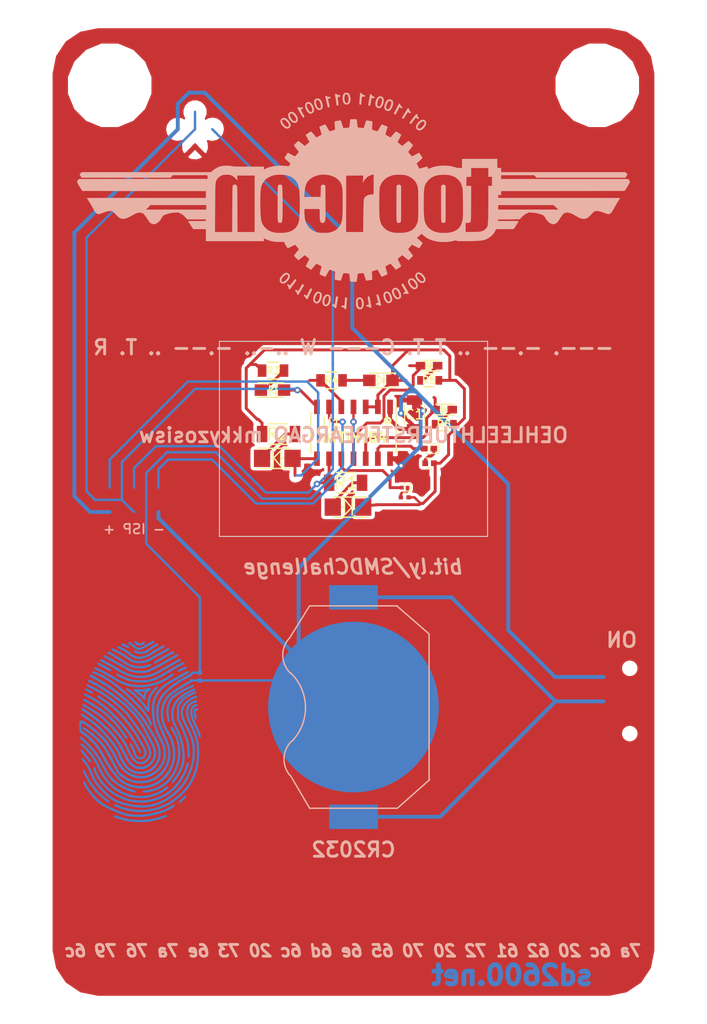
<source format=kicad_pcb>
(kicad_pcb (version 4) (host pcbnew 4.0.6)
  (layers (0 F.Cu signal) (31 B.Cu signal hide) (34 B.Paste user hide) (35 F.Paste user) (36 B.SilkS user hide) (37 F.SilkS user hide) (38 B.Mask user hide) (39 F.Mask user hide) (44 Edge.Cuts user))
  (net 0 "")
  (net 1 GND)
  (net 2 +BATT)
  (net 3 "Net-(D1-Pad1)")
  (net 4 "Net-(D2-Pad1)")
  (net 5 "Net-(D3-Pad1)")
  (net 6 "Net-(D4-Pad2)")
  (net 7 "Net-(BT1-Pad1)")
  (net 8 /MISO)
  (net 9 /SCK)
  (net 10 /MOSI)
  (net 11 /RESET)
  (net 12 "Net-(D5-Pad1)")
  (net 13 "Net-(D6-Pad1)")
  (net 14 "Net-(D7-Pad1)")
  (net 15 "Net-(D8-Pad1)")
  (net 16 "Net-(D8-Pad2)")
  (net 17 "Net-(D5-Pad2)")
  (net 18 "Net-(D6-Pad2)")
  (net 19 "Net-(SW2-Pad1)")
  (net 20 "Net-(D7-Pad2)")
  (net 21 "Net-(D1-Pad2)")
  (net 22 "Net-(P5-Pad1)")
  (module footprints:toor_logo (layer B.Cu) (at 123.19 90.805 180)
    (fp_text reference G*** hide)
    (fp_text value LOGO hide)
  )
  (module footprints:LED_0402 (layer F.Cu) (at 131.064 116.586 180)
    (fp_text reference D7 hide)
    (fp_text value LED)
    (pad 1 smd rect (at -0.5 0 180) (size 0.7 0.6) (layers F.Cu F.Paste F.Mask) (net 14 "Net-(D7-Pad1)"))
    (pad 2 smd rect (at 0.5 0 180) (size 0.7 0.6) (layers F.Cu F.Paste F.Mask) (net 20 "Net-(D7-Pad2)"))
  )
  (module footprints:LED_0201 (layer F.Cu) (at 128.524 120.65 180)
    (fp_text reference D8 hide)
    (fp_text value LED)
    (pad 1 smd rect (at -0.3 0 180) (size 0.4 0.4) (layers F.Cu F.Paste F.Mask) (net 15 "Net-(D8-Pad1)"))
    (pad 2 smd rect (at 0.3 0 180) (size 0.4 0.4) (layers F.Cu F.Paste F.Mask) (net 16 "Net-(D8-Pad2)"))
  )
  (module footprints:R_0201 (layer B.Cu) (at 107.188 140.335 270)
    (fp_text reference SW2 hide)
    (fp_text value Fingerprint)
    (pad 1 smd rect (at -0.4 0 270) (size 0.45 0.43) (layers B.Cu) (net 19 "Net-(SW2-Pad1)"))
    (pad 2 smd rect (at 0.4 0 270) (size 0.45 0.43) (layers B.Cu) (net 1 GND))
  )
  (module footprints:BATT_CR2032_SMD (layer B.Cu) (at 123.19 143.51 90)
    (fp_text reference BT1 hide)
    (fp_text value Battery hide)
    (pad 2 smd circle (at 0 0 90) (size 17.78 17.78) (layers B.Cu B.Paste B.Mask) (net 1 GND))
    (pad 1 smd rect (at -11.43 0 90) (size 2.54 5.08) (layers B.Cu B.Paste B.Mask) (net 7 "Net-(BT1-Pad1)"))
    (pad 1 smd rect (at 11.43 0 90) (size 2.54 5.08) (layers B.Cu B.Paste B.Mask) (net 7 "Net-(BT1-Pad1)"))
  )
  (module footprints:LED-0805 (layer F.Cu) (at 114.808 110.49)
    (fp_text reference D3 hide)
    (fp_text value LED)
    (pad 2 smd rect (at 1.143 0 180) (size 1.3 1.19888) (layers F.Cu F.Paste F.Mask) (net 10 /MOSI))
    (pad 1 smd rect (at -1.27 0 180) (size 1.3 1.19888) (layers F.Cu F.Paste F.Mask) (net 5 "Net-(D3-Pad1)"))
  )
  (module footprints:LED-0805 (layer F.Cu) (at 125.984 109.474 180)
    (fp_text reference D4 hide)
    (fp_text value LED)
    (pad 2 smd rect (at 1.143 0) (size 1.3 1.19888) (layers F.Cu F.Paste F.Mask) (net 6 "Net-(D4-Pad2)"))
    (pad 1 smd rect (at -1.27 0) (size 1.3 1.19888) (layers F.Cu F.Paste F.Mask) (net 3 "Net-(D1-Pad1)"))
  )
  (module footprints:LED-0603 (layer F.Cu) (at 131.064 107.95 180)
    (fp_text reference D5 hide)
    (fp_text value LED)
    (pad 2 smd rect (at 0.889 0) (size 1 0.79756) (layers F.Cu F.Paste F.Mask) (net 17 "Net-(D5-Pad2)"))
    (pad 1 smd rect (at -0.889 0) (size 1 0.79756) (layers F.Cu F.Paste F.Mask) (net 12 "Net-(D5-Pad1)"))
  )
  (module footprints:R_0805 (layer F.Cu) (at 114.808 108.458 180)
    (fp_text reference R3 (at 0 0 180) (layer F.SilkS) (effects (font (size 0.762 0.762))))
    (fp_text value 100)
    (pad 1 smd rect (at -1.143 0 180) (size 0.9 1.3) (layers F.Cu F.Paste F.Mask) (net 5 "Net-(D3-Pad1)"))
    (pad 2 smd rect (at 1.143 0 180) (size 0.9 1.3) (layers F.Cu F.Paste F.Mask) (net 3 "Net-(D1-Pad1)"))
  )
  (module footprints:R_0805 (layer F.Cu) (at 120.904 109.474)
    (fp_text reference R4 (at 0 0) (layer F.SilkS) (effects (font (size 0.762 0.762))))
    (fp_text value 100)
    (pad 1 smd rect (at -1.143 0) (size 0.9 1.3) (layers F.Cu F.Paste F.Mask) (net 22 "Net-(P5-Pad1)"))
    (pad 2 smd rect (at 1.143 0) (size 0.9 1.3) (layers F.Cu F.Paste F.Mask) (net 6 "Net-(D4-Pad2)"))
  )
  (module footprints:R_0603 (layer F.Cu) (at 131.064 109.474)
    (fp_text reference R5 (at 0 0) (layer F.SilkS) (effects (font (size 0.762 0.762))))
    (fp_text value 100)
    (pad 1 smd rect (at -0.889 0) (size 0.7 0.9) (layers F.Cu F.Paste F.Mask) (net 12 "Net-(D5-Pad1)"))
    (pad 2 smd rect (at 1.016 0) (size 0.7 0.9) (layers F.Cu F.Paste F.Mask) (net 3 "Net-(D1-Pad1)"))
  )
  (module footprints:R_0201 (layer F.Cu) (at 128.524 121.666)
    (fp_text reference R8 hide)
    (fp_text value 100)
    (pad 1 smd rect (at -0.4 0) (size 0.45 0.43) (layers F.Cu F.Paste F.Mask) (net 15 "Net-(D8-Pad1)"))
    (pad 2 smd rect (at 0.4 0) (size 0.45 0.43) (layers F.Cu F.Paste F.Mask) (net 3 "Net-(D1-Pad1)"))
  )
  (module footprints:LED-0603 (layer F.Cu) (at 132.588 112.522 180)
    (fp_text reference D6 hide)
    (fp_text value LED)
    (pad 2 smd rect (at 0.889 0) (size 1 0.79756) (layers F.Cu F.Paste F.Mask) (net 18 "Net-(D6-Pad2)"))
    (pad 1 smd rect (at -0.889 0) (size 1 0.79756) (layers F.Cu F.Paste F.Mask) (net 13 "Net-(D6-Pad1)"))
  )
  (module footprints:R_0603 (layer F.Cu) (at 132.588 114.046)
    (fp_text reference R6 (at 0 0) (layer F.SilkS) (effects (font (size 0.762 0.762))))
    (fp_text value 100)
    (pad 1 smd rect (at -0.889 0) (size 0.7 0.9) (layers F.Cu F.Paste F.Mask) (net 13 "Net-(D6-Pad1)"))
    (pad 2 smd rect (at 1.016 0) (size 0.7 0.9) (layers F.Cu F.Paste F.Mask) (net 3 "Net-(D1-Pad1)"))
  )
  (module footprints:R_0402 (layer F.Cu) (at 131.064 118.11)
    (fp_text reference R7 hide)
    (fp_text value 100)
    (pad 1 smd rect (at -0.4 0) (size 0.6 0.6) (layers F.Cu F.Paste F.Mask) (net 14 "Net-(D7-Pad1)"))
    (pad 2 smd rect (at 0.5 0) (size 0.6 0.6) (layers F.Cu F.Paste F.Mask) (net 3 "Net-(D1-Pad1)"))
  )
  (module footprints:LED-1206 (layer F.Cu) (at 122.555 122.682 180)
    (fp_text reference D1 hide)
    (fp_text value LED)
    (pad 2 smd rect (at 1.524 0) (size 1.7 1.80086) (layers F.Cu F.Paste F.Mask) (net 21 "Net-(D1-Pad2)"))
    (pad 1 smd rect (at -1.651 0) (size 1.7 1.80086) (layers F.Cu F.Paste F.Mask) (net 3 "Net-(D1-Pad1)"))
  )
  (module footprints:R_1206 (layer F.Cu) (at 122.428 120.142)
    (fp_text reference R1 (at 0 0) (layer F.SilkS) (effects (font (size 1.25 1.25) (thickness 0.2))))
    (fp_text value 100)
    (pad 1 smd rect (at -1.778 0) (size 1.1 1.7) (layers F.Cu F.Paste F.Mask) (net 9 /SCK))
    (pad 2 smd rect (at 1.651 0) (size 1.1 1.7) (layers F.Cu F.Paste F.Mask) (net 21 "Net-(D1-Pad2)"))
  )
  (module footprints:LED-1206 (layer F.Cu) (at 115.316 117.602)
    (fp_text reference D2 hide)
    (fp_text value LED)
    (pad 2 smd rect (at 1.524 0 180) (size 1.7 1.80086) (layers F.Cu F.Paste F.Mask) (net 8 /MISO))
    (pad 1 smd rect (at -1.651 0 180) (size 1.7 1.80086) (layers F.Cu F.Paste F.Mask) (net 4 "Net-(D2-Pad1)"))
  )
  (module footprints:R_1206 (layer F.Cu) (at 115.316 115.062 180)
    (fp_text reference R2 (at 0 0 180) (layer F.SilkS) (effects (font (size 1.25 1.25) (thickness 0.2))))
    (fp_text value 100)
    (pad 1 smd rect (at -1.778 0 180) (size 1.1 1.7) (layers F.Cu F.Paste F.Mask) (net 4 "Net-(D2-Pad1)"))
    (pad 2 smd rect (at 1.651 0 180) (size 1.1 1.7) (layers F.Cu F.Paste F.Mask) (net 3 "Net-(D1-Pad1)"))
  )
  (module footprints:fingerprint (layer B.Cu) (at 100.965 146.05)
    (fp_text reference G*** hide)
    (fp_text value LOGO hide)
    (fp_poly (pts (xy 0.005834 -8.498761) (xy 0.181657 -8.558317) (xy 0.254441 -8.593971) (xy 0.370687 -8.654938) (xy 0.518856 -8.734803) (xy 0.687406 -8.827149) (xy 0.864795 -8.92556) (xy 1.039482 -9.02362) (xy 1.199927 -9.114912) (xy 1.334588 -9.193022) (xy 1.431924 -9.251531) (xy 1.455556 -9.266529) (xy 1.479618 -9.295838) (xy 1.470145 -9.34472) (xy 1.446803 -9.393786) (xy 1.411064 -9.458912) (xy 1.389656 -9.490501) (xy 1.388247 -9.491103) (xy 1.359934 -9.475139) (xy 1.286013 -9.432282) (xy 1.1756 -9.367847) (xy 1.03781 -9.287153) (xy 0.92075 -9.218434) (xy 0.616738 -9.043274) (xy 0.363059 -8.90473) (xy 0.158568 -8.802244) (xy 0.002116 -8.735254) (xy -0.107441 -8.703201) (xy -0.141196 -8.700022) (xy -0.193307 -8.710683) (xy -0.266472 -8.745029) (xy -0.367595 -8.807314) (xy -0.50358 -8.901794) (xy -0.681332 -9.032723) (xy -0.682625 -9.033692) (xy -1.127125 -9.366839) (xy -1.200681 -9.282937) (xy -1.242765 -9.221303) (xy -1.251092 -9.178283) (xy -1.248306 -9.174267) (xy -1.2154 -9.148163) (xy -1.140078 -9.091) (xy -1.031084 -9.009333) (xy -0.89716 -8.909717) (xy -0.766932 -8.813374) (xy -0.602421 -8.692632) (xy -0.479148 -8.604848) (xy -0.387616 -8.544793) (xy -0.318331 -8.507237) (xy -0.261798 -8.48695) (xy -0.208519 -8.478702) (xy -0.15665 -8.47725) (xy 0.005834 -8.498761)) (layer B.Cu) (width 0.01))
    (fp_poly (pts (xy 0.074303 -8.962869) (xy 0.251779 -9.022874) (xy 0.293151 -9.046619) (xy 0.404926 -9.1304) (xy 0.48017 -9.213387) (xy 0.507997 -9.283552) (xy 0.508 -9.284055) (xy 0.484373 -9.311668) (xy 0.427506 -9.354027) (xy 0.426986 -9.354368) (xy 0.367703 -9.388025) (xy 0.332167 -9.381373) (xy 0.298059 -9.339043) (xy 0.197174 -9.246663) (xy 0.057221 -9.189964) (xy -0.065659 -9.17575) (xy -0.152842 -9.183327) (xy -0.223421 -9.214124) (xy -0.302094 -9.280237) (xy -0.324971 -9.30275) (xy -0.394422 -9.371124) (xy -0.442284 -9.416204) (xy -0.456173 -9.427243) (xy -0.485381 -9.415883) (xy -0.547688 -9.392847) (xy -0.610064 -9.363002) (xy -0.635 -9.337569) (xy -0.612423 -9.289546) (xy -0.554663 -9.217616) (xy -0.476678 -9.136835) (xy -0.393427 -9.062258) (xy -0.319868 -9.008942) (xy -0.296635 -8.996993) (xy -0.115993 -8.953612) (xy 0.074303 -8.962869)) (layer B.Cu) (width 0.01))
    (fp_poly (pts (xy -1.182617 -8.694684) (xy -1.161748 -8.746982) (xy -1.144055 -8.813421) (xy -1.134494 -8.844025) (xy -1.158642 -8.862328) (xy -1.227953 -8.899312) (xy -1.329115 -8.948892) (xy -1.44882 -9.004984) (xy -1.573757 -9.061502) (xy -1.690617 -9.112363) (xy -1.78609 -9.151482) (xy -1.846865 -9.172774) (xy -1.858352 -9.174934) (xy -1.890793 -9.148937) (xy -1.9254 -9.084648) (xy -1.927782 -9.078511) (xy -1.946726 -9.019236) (xy -1.938514 -8.982458) (xy -1.891828 -8.951269) (xy -1.821691 -8.920063) (xy -1.717453 -8.875064) (xy -1.58491 -8.817418) (xy -1.461189 -8.763302) (xy -1.351901 -8.717043) (xy -1.264311 -8.683107) (xy -1.215328 -8.667994) (xy -1.212558 -8.66775) (xy -1.182617 -8.694684)) (layer B.Cu) (width 0.01))
    (fp_poly (pts (xy 0.340527 -8.09867) (xy 0.559454 -8.147824) (xy 0.750867 -8.23423) (xy 0.897963 -8.336366) (xy 1.090997 -8.49022) (xy 1.245623 -8.609443) (xy 1.37155 -8.700842) (xy 1.478487 -8.771222) (xy 1.576145 -8.827389) (xy 1.655361 -8.867257) (xy 1.758642 -8.91906) (xy 1.835168 -8.962372) (xy 1.870573 -8.988957) (xy 1.871463 -8.99112) (xy 1.860077 -9.052224) (xy 1.82768 -9.119903) (xy 1.788963 -9.167307) (xy 1.770848 -9.175028) (xy 1.723864 -9.160347) (xy 1.639996 -9.122601) (xy 1.539875 -9.071268) (xy 1.279118 -8.916193) (xy 1.034406 -8.738622) (xy 0.889 -8.617945) (xy 0.703216 -8.47394) (xy 0.528626 -8.378446) (xy 0.346281 -8.324084) (xy 0.13723 -8.303477) (xy 0.079375 -8.302734) (xy -0.070143 -8.305526) (xy -0.178683 -8.316562) (xy -0.268641 -8.340032) (xy -0.362409 -8.380129) (xy -0.379969 -8.388718) (xy -0.477825 -8.434958) (xy -0.53748 -8.453889) (xy -0.576708 -8.448187) (xy -0.610156 -8.423375) (xy -0.655643 -8.367844) (xy -0.655402 -8.317559) (xy -0.604871 -8.265535) (xy -0.499491 -8.20479) (xy -0.452438 -8.181894) (xy -0.347181 -8.1345) (xy -0.260371 -8.104796) (xy -0.170937 -8.088833) (xy -0.05781 -8.082661) (xy 0.079375 -8.082199) (xy 0.340527 -8.09867)) (layer B.Cu) (width 0.01))
    (fp_poly (pts (xy 0.0589 -7.56969) (xy 0.326003 -7.614465) (xy 0.602397 -7.700424) (xy 0.895544 -7.830274) (xy 1.212905 -8.006722) (xy 1.47446 -8.17337) (xy 1.649664 -8.287142) (xy 1.848974 -8.411756) (xy 2.0448 -8.530175) (xy 2.174875 -8.605862) (xy 2.3079 -8.681633) (xy 2.419596 -8.74571) (xy 2.499068 -8.791808) (xy 2.535415 -8.813644) (xy 2.536336 -8.814313) (xy 2.534691 -8.8476) (xy 2.513023 -8.909524) (xy 2.482798 -8.973583) (xy 2.455488 -9.013276) (xy 2.448835 -9.01651) (xy 2.415694 -9.001182) (xy 2.338095 -8.95937) (xy 2.226314 -8.896779) (xy 2.09063 -8.819113) (xy 2.032 -8.785124) (xy 1.855381 -8.680223) (xy 1.66636 -8.564405) (xy 1.487371 -8.451609) (xy 1.340848 -8.355777) (xy 1.33853 -8.354215) (xy 0.989172 -8.137693) (xy 0.657702 -7.970684) (xy 0.347889 -7.854681) (xy 0.063499 -7.79118) (xy -0.112033 -7.77875) (xy -0.312335 -7.79219) (xy -0.487389 -7.837366) (xy -0.655893 -7.921557) (xy -0.836545 -8.052047) (xy -0.85725 -8.068954) (xy -1.324367 -8.412974) (xy -1.827038 -8.705231) (xy -1.957202 -8.769584) (xy -2.101493 -8.83776) (xy -2.199603 -8.880883) (xy -2.262352 -8.901882) (xy -2.300562 -8.903687) (xy -2.325052 -8.88923) (xy -2.338497 -8.872832) (xy -2.372385 -8.81427) (xy -2.374006 -8.764638) (xy -2.336945 -8.716558) (xy -2.254788 -8.662653) (xy -2.12112 -8.595545) (xy -2.081191 -8.5769) (xy -1.618819 -8.334366) (xy -1.20315 -8.055625) (xy -1.031875 -7.919334) (xy -0.862195 -7.783855) (xy -0.718801 -7.688088) (xy -0.585122 -7.624887) (xy -0.444586 -7.587107) (xy -0.280624 -7.567602) (xy -0.206375 -7.563389) (xy 0.0589 -7.56969)) (layer B.Cu) (width 0.01))
    (fp_poly (pts (xy 0.11319 -7.119008) (xy 0.360428 -7.143302) (xy 0.533016 -7.175529) (xy 0.671683 -7.210641) (xy 0.782783 -7.245392) (xy 0.883481 -7.28766) (xy 0.99094 -7.345326) (xy 1.122322 -7.42627) (xy 1.227672 -7.494439) (xy 1.341895 -7.564553) (xy 1.4965 -7.653214) (xy 1.674783 -7.751156) (xy 1.860042 -7.849111) (xy 1.948699 -7.894504) (xy 2.143728 -7.995581) (xy 2.338484 -8.10092) (xy 2.524872 -8.205688) (xy 2.694792 -8.305053) (xy 2.840148 -8.394182) (xy 2.952842 -8.46824) (xy 3.024777 -8.522396) (xy 3.048 -8.550637) (xy 3.030077 -8.593435) (xy 2.990147 -8.651906) (xy 2.932294 -8.725454) (xy 2.664709 -8.550998) (xy 2.54467 -8.477161) (xy 2.383699 -8.384451) (xy 2.197933 -8.281835) (xy 2.003514 -8.178281) (xy 1.87325 -8.111221) (xy 1.679415 -8.010701) (xy 1.48048 -7.903451) (xy 1.293448 -7.798914) (xy 1.135327 -7.706535) (xy 1.055384 -7.657018) (xy 0.866748 -7.543387) (xy 0.696316 -7.460771) (xy 0.527411 -7.404744) (xy 0.343357 -7.37088) (xy 0.127475 -7.354755) (xy -0.09525 -7.351696) (xy -0.325941 -7.357199) (xy -0.511148 -7.37543) (xy -0.668469 -7.41183) (xy -0.815502 -7.471837) (xy -0.969842 -7.56089) (xy -1.132037 -7.672158) (xy -1.343596 -7.822502) (xy -1.518377 -7.942977) (xy -1.669939 -8.042421) (xy -1.811845 -8.12967) (xy -1.957656 -8.213562) (xy -1.993134 -8.233291) (xy -2.096747 -8.288529) (xy -2.226878 -8.35487) (xy -2.37166 -8.426632) (xy -2.519225 -8.498127) (xy -2.657706 -8.563671) (xy -2.775235 -8.61758) (xy -2.859945 -8.654168) (xy -2.899967 -8.667749) (xy -2.900054 -8.66775) (xy -2.924174 -8.642007) (xy -2.949861 -8.582207) (xy -2.968883 -8.514489) (xy -2.973011 -8.464993) (xy -2.966962 -8.455263) (xy -2.927593 -8.438651) (xy -2.843192 -8.401237) (xy -2.726444 -8.348691) (xy -2.599624 -8.291059) (xy -2.301826 -8.14657) (xy -2.019374 -7.990161) (xy -1.7326 -7.810223) (xy -1.42875 -7.600114) (xy -1.226752 -7.458884) (xy -1.06068 -7.352264) (xy -0.918115 -7.273689) (xy -0.786642 -7.216596) (xy -0.653843 -7.17442) (xy -0.595921 -7.159867) (xy -0.388524 -7.126965) (xy -0.144307 -7.113454) (xy 0.11319 -7.119008)) (layer B.Cu) (width 0.01))
    (fp_poly (pts (xy 1.781682 -7.198967) (xy 1.97892 -7.315728) (xy 2.201192 -7.44448) (xy 2.435729 -7.578072) (xy 2.669763 -7.709354) (xy 2.890526 -7.831177) (xy 3.08525 -7.936391) (xy 3.241165 -8.017847) (xy 3.27025 -8.032497) (xy 3.388057 -8.09177) (xy 3.482559 -8.14026) (xy 3.540627 -8.171184) (xy 3.552336 -8.178297) (xy 3.550569 -8.212451) (xy 3.528785 -8.275022) (xy 3.498486 -8.339302) (xy 3.471171 -8.378581) (xy 3.464835 -8.381507) (xy 3.431322 -8.367284) (xy 3.351681 -8.328316) (xy 3.235871 -8.269627) (xy 3.093853 -8.19624) (xy 2.996907 -8.145508) (xy 2.827332 -8.054835) (xy 2.639472 -7.951796) (xy 2.44113 -7.840938) (xy 2.240108 -7.726804) (xy 2.044209 -7.613942) (xy 1.861235 -7.506895) (xy 1.698988 -7.410209) (xy 1.565271 -7.32843) (xy 1.467886 -7.266103) (xy 1.414636 -7.227772) (xy 1.407076 -7.219347) (xy 1.41845 -7.176713) (xy 1.456997 -7.115236) (xy 1.51549 -7.039097) (xy 1.781682 -7.198967)) (layer B.Cu) (width 0.01))
    (fp_poly (pts (xy 0.300124 -6.59568) (xy 0.695137 -6.677432) (xy 0.936324 -6.758354) (xy 1.06775 -6.815205) (xy 1.142637 -6.866396) (xy 1.166674 -6.918897) (xy 1.145554 -6.97968) (xy 1.132602 -6.998753) (xy 1.106469 -7.02924) (xy 1.07569 -7.040256) (xy 1.024411 -7.030506) (xy 0.93678 -6.998692) (xy 0.885622 -6.978558) (xy 0.679495 -6.903727) (xy 0.494176 -6.854042) (xy 0.306214 -6.825333) (xy 0.092157 -6.813427) (xy -0.047625 -6.812543) (xy -0.418463 -6.834836) (xy -0.756974 -6.899557) (xy -1.080982 -7.010182) (xy -1.097941 -7.017329) (xy -1.169712 -7.054071) (xy -1.284231 -7.12019) (xy -1.431565 -7.209609) (xy -1.601784 -7.316246) (xy -1.784955 -7.434025) (xy -1.87325 -7.491867) (xy -2.063188 -7.615385) (xy -2.263403 -7.742624) (xy -2.466164 -7.868964) (xy -2.663738 -7.989782) (xy -2.848395 -8.100456) (xy -3.012402 -8.196364) (xy -3.148027 -8.272884) (xy -3.247539 -8.325394) (xy -3.303205 -8.349272) (xy -3.309123 -8.350229) (xy -3.337801 -8.324984) (xy -3.376949 -8.263417) (xy -3.380941 -8.255839) (xy -3.429763 -8.161429) (xy -3.294444 -8.092816) (xy -3.183702 -8.033024) (xy -3.031116 -7.945518) (xy -2.84805 -7.837238) (xy -2.645871 -7.715124) (xy -2.435944 -7.586116) (xy -2.229635 -7.457153) (xy -2.038309 -7.335176) (xy -1.873332 -7.227125) (xy -1.839252 -7.20426) (xy -1.583515 -7.03729) (xy -1.361503 -6.90644) (xy -1.159474 -6.805649) (xy -0.963685 -6.728855) (xy -0.760397 -6.669998) (xy -0.535866 -6.623016) (xy -0.511779 -6.618749) (xy -0.100322 -6.576298) (xy 0.300124 -6.59568)) (layer B.Cu) (width 0.01))
    (fp_poly (pts (xy 0.22735 -6.085585) (xy 0.422109 -6.097023) (xy 0.598015 -6.122087) (xy 0.768804 -6.164423) (xy 0.948213 -6.227678) (xy 1.149981 -6.315495) (xy 1.387843 -6.431522) (xy 1.474015 -6.4753) (xy 1.672528 -6.579127) (xy 1.906911 -6.705421) (xy 2.158597 -6.843949) (xy 2.409021 -6.98448) (xy 2.639617 -7.116783) (xy 2.667 -7.132745) (xy 2.874354 -7.253591) (xy 3.085306 -7.376035) (xy 3.286411 -7.49231) (xy 3.464221 -7.594647) (xy 3.60529 -7.675275) (xy 3.642603 -7.696424) (xy 3.967331 -7.879895) (xy 3.9196 -7.972197) (xy 3.880399 -8.035464) (xy 3.849717 -8.064324) (xy 3.84816 -8.0645) (xy 3.814737 -8.049287) (xy 3.734965 -8.006796) (xy 3.617343 -7.941741) (xy 3.470371 -7.85884) (xy 3.302548 -7.762809) (xy 3.253663 -7.734605) (xy 3.046316 -7.614544) (xy 2.824535 -7.485745) (xy 2.606351 -7.358705) (xy 2.409799 -7.243924) (xy 2.272972 -7.1637) (xy 2.043925 -7.03265) (xy 1.802058 -6.900676) (xy 1.557128 -6.772571) (xy 1.31889 -6.653122) (xy 1.097101 -6.547121) (xy 0.901516 -6.459357) (xy 0.74189 -6.394621) (xy 0.635 -6.359472) (xy 0.464579 -6.327782) (xy 0.248517 -6.310499) (xy 0.03175 -6.306516) (xy -0.223396 -6.314629) (xy -0.459701 -6.340376) (xy -0.687692 -6.387274) (xy -0.917894 -6.458843) (xy -1.160834 -6.5586) (xy -1.427038 -6.690066) (xy -1.727031 -6.856757) (xy -1.875809 -6.94417) (xy -2.051748 -7.047146) (xy -2.264317 -7.168753) (xy -2.500462 -7.301769) (xy -2.747126 -7.438978) (xy -2.991253 -7.573158) (xy -3.219788 -7.697092) (xy -3.419673 -7.80356) (xy -3.577853 -7.885343) (xy -3.578948 -7.885895) (xy -3.74477 -7.969442) (xy -3.797457 -7.867557) (xy -3.824949 -7.798992) (xy -3.825938 -7.759027) (xy -3.822135 -7.756198) (xy -3.774703 -7.734246) (xy -3.68015 -7.685695) (xy -3.54671 -7.615061) (xy -3.382616 -7.526864) (xy -3.196099 -7.42562) (xy -2.995394 -7.315846) (xy -2.788732 -7.202061) (xy -2.584347 -7.088782) (xy -2.390472 -6.980527) (xy -2.215339 -6.881813) (xy -2.067181 -6.797158) (xy -1.957319 -6.732921) (xy -1.641136 -6.550134) (xy -1.363542 -6.403591) (xy -1.113685 -6.289692) (xy -0.880707 -6.204841) (xy -0.653754 -6.14544) (xy -0.421971 -6.107889) (xy -0.174503 -6.08859) (xy 0 -6.084129) (xy 0.22735 -6.085585)) (layer B.Cu) (width 0.01))
    (fp_poly (pts (xy 0.619688 -5.614227) (xy 1.039817 -5.701988) (xy 1.185431 -5.742949) (xy 1.326983 -5.790329) (xy 1.472673 -5.848092) (xy 1.6307 -5.920201) (xy 1.809264 -6.010618) (xy 2.016564 -6.123306) (xy 2.260799 -6.262229) (xy 2.55017 -6.431349) (xy 2.555875 -6.434713) (xy 2.782891 -6.567922) (xy 3.025799 -6.709278) (xy 3.268561 -6.849529) (xy 3.495139 -6.979421) (xy 3.689495 -7.089704) (xy 3.753491 -7.125621) (xy 4.252607 -7.404563) (xy 4.205113 -7.496406) (xy 4.1662 -7.559344) (xy 4.13606 -7.58773) (xy 4.134622 -7.587866) (xy 4.101881 -7.572694) (xy 4.021578 -7.530167) (xy 3.901274 -7.46445) (xy 3.748533 -7.379706) (xy 3.570918 -7.280101) (xy 3.39725 -7.181873) (xy 3.16681 -7.050581) (xy 2.920813 -6.909641) (xy 2.675278 -6.768286) (xy 2.446224 -6.635747) (xy 2.249672 -6.521256) (xy 2.180075 -6.480426) (xy 1.887856 -6.31201) (xy 1.635948 -6.176052) (xy 1.412834 -6.068324) (xy 1.206993 -5.984599) (xy 1.006908 -5.920647) (xy 0.801059 -5.872242) (xy 0.577928 -5.835155) (xy 0.346058 -5.807247) (xy -0.038874 -5.788629) (xy -0.421468 -5.815511) (xy -0.807652 -5.889622) (xy -1.203352 -6.012688) (xy -1.614492 -6.186436) (xy -2.046999 -6.412595) (xy -2.3495 -6.592942) (xy -2.521915 -6.698216) (xy -2.715401 -6.812816) (xy -2.922118 -6.932445) (xy -3.134225 -7.052803) (xy -3.343881 -7.169592) (xy -3.543245 -7.278515) (xy -3.724478 -7.375272) (xy -3.879737 -7.455565) (xy -4.001182 -7.515095) (xy -4.080973 -7.549565) (xy -4.107139 -7.5565) (xy -4.127288 -7.530793) (xy -4.154774 -7.471606) (xy -4.178935 -7.405834) (xy -4.189108 -7.360376) (xy -4.187337 -7.354197) (xy -4.156554 -7.337271) (xy -4.078323 -7.296097) (xy -3.961703 -7.23539) (xy -3.815754 -7.159866) (xy -3.65125 -7.075125) (xy -3.448643 -6.967725) (xy -3.213239 -6.837712) (xy -2.965669 -6.696796) (xy -2.726559 -6.556691) (xy -2.551269 -6.450621) (xy -2.36226 -6.335973) (xy -2.174417 -6.225413) (xy -2.000452 -6.126176) (xy -1.85308 -6.045499) (xy -1.745015 -5.990619) (xy -1.734634 -5.98581) (xy -1.249755 -5.791647) (xy -0.777187 -5.65795) (xy -0.311626 -5.584176) (xy 0.152232 -5.569782) (xy 0.619688 -5.614227)) (layer B.Cu) (width 0.01))
    (fp_poly (pts (xy 0.39469 -5.106133) (xy 0.687192 -5.130956) (xy 0.965853 -5.176027) (xy 1.239648 -5.244373) (xy 1.517549 -5.339019) (xy 1.80853 -5.462993) (xy 2.121564 -5.61932) (xy 2.465626 -5.811027) (xy 2.819773 -6.022775) (xy 3.0133 -6.141346) (xy 3.220725 -6.268367) (xy 3.42294 -6.392141) (xy 3.600841 -6.500973) (xy 3.682805 -6.551083) (xy 3.852655 -6.651525) (xy 4.036968 -6.755039) (xy 4.212244 -6.848706) (xy 4.341618 -6.913326) (xy 4.463847 -6.972353) (xy 4.561209 -7.021516) (xy 4.621636 -7.054589) (xy 4.6355 -7.0649) (xy 4.61998 -7.117517) (xy 4.584511 -7.180358) (xy 4.545729 -7.22708) (xy 4.527216 -7.23639) (xy 4.483808 -7.222447) (xy 4.399356 -7.187754) (xy 4.290051 -7.139054) (xy 4.259098 -7.124715) (xy 4.155534 -7.075112) (xy 4.050723 -7.021916) (xy 3.937489 -6.960963) (xy 3.808656 -6.888089) (xy 3.657045 -6.799132) (xy 3.47548 -6.689928) (xy 3.256784 -6.556313) (xy 2.993781 -6.394124) (xy 2.905125 -6.339247) (xy 2.527859 -6.110482) (xy 2.19199 -5.918285) (xy 1.889495 -5.759351) (xy 1.612351 -5.630373) (xy 1.352536 -5.528044) (xy 1.102028 -5.449059) (xy 0.852803 -5.39011) (xy 0.59684 -5.347891) (xy 0.460375 -5.331657) (xy 0.036938 -5.313635) (xy -0.407979 -5.343946) (xy -0.857193 -5.42055) (xy -1.287122 -5.539261) (xy -1.435877 -5.59377) (xy -1.609523 -5.665026) (xy -1.792788 -5.745952) (xy -1.970396 -5.829473) (xy -2.127073 -5.908514) (xy -2.247545 -5.975999) (xy -2.290922 -6.004254) (xy -2.389279 -6.07429) (xy -2.448059 -5.997832) (xy -2.490035 -5.937092) (xy -2.507545 -5.899861) (xy -2.48136 -5.870377) (xy -2.409092 -5.819675) (xy -2.301816 -5.754201) (xy -2.170609 -5.680396) (xy -2.026545 -5.604705) (xy -1.880701 -5.533572) (xy -1.867014 -5.52722) (xy -1.415381 -5.342511) (xy -0.972305 -5.212202) (xy -0.520803 -5.132552) (xy -0.043896 -5.099821) (xy 0.079375 -5.098531) (xy 0.39469 -5.106133)) (layer B.Cu) (width 0.01))
    (fp_poly (pts (xy -3.08629 -6.280686) (xy -3.054049 -6.334489) (xy -3.026461 -6.39836) (xy -3.01625 -6.443841) (xy -3.043038 -6.466177) (xy -3.117936 -6.513136) (xy -3.232747 -6.579982) (xy -3.379274 -6.661984) (xy -3.549322 -6.754406) (xy -3.611563 -6.787641) (xy -3.845087 -6.912055) (xy -4.028526 -7.009797) (xy -4.168222 -7.083321) (xy -4.270518 -7.135079) (xy -4.341755 -7.167526) (xy -4.388275 -7.183115) (xy -4.41642 -7.184298) (xy -4.432532 -7.173531) (xy -4.442953 -7.153265) (xy -4.454025 -7.125955) (xy -4.459063 -7.115504) (xy -4.487776 -7.044342) (xy -4.478812 -7.00345) (xy -4.467977 -6.993342) (xy -4.433472 -6.973068) (xy -4.352554 -6.92811) (xy -4.234848 -6.863655) (xy -4.089977 -6.784887) (xy -3.927565 -6.696992) (xy -3.757237 -6.605155) (xy -3.588618 -6.51456) (xy -3.43133 -6.430395) (xy -3.294998 -6.357842) (xy -3.189246 -6.302089) (xy -3.123699 -6.268319) (xy -3.110307 -6.261865) (xy -3.08629 -6.280686)) (layer B.Cu) (width 0.01))
    (fp_poly (pts (xy 4.038239 -6.209026) (xy 4.085672 -6.228145) (xy 4.174158 -6.267141) (xy 4.290681 -6.319957) (xy 4.422223 -6.380538) (xy 4.55577 -6.442826) (xy 4.678303 -6.500767) (xy 4.776806 -6.548304) (xy 4.838263 -6.579381) (xy 4.851938 -6.587604) (xy 4.8455 -6.61767) (xy 4.820336 -6.677372) (xy 4.788432 -6.741726) (xy 4.761774 -6.785751) (xy 4.753747 -6.792267) (xy 4.724091 -6.778687) (xy 4.647384 -6.742862) (xy 4.533999 -6.689656) (xy 4.394309 -6.623931) (xy 4.333875 -6.595453) (xy 4.186038 -6.525575) (xy 4.059901 -6.465605) (xy 3.966018 -6.420589) (xy 3.914945 -6.395572) (xy 3.908913 -6.392328) (xy 3.911356 -6.360648) (xy 3.933618 -6.294793) (xy 3.936914 -6.286707) (xy 3.975126 -6.219951) (xy 4.019853 -6.204766) (xy 4.038239 -6.209026)) (layer B.Cu) (width 0.01))
    (fp_poly (pts (xy 0.222814 -4.61032) (xy 0.493178 -4.625114) (xy 0.729912 -4.649815) (xy 0.754092 -4.653287) (xy 1.247993 -4.752876) (xy 1.747753 -4.903082) (xy 2.233504 -5.096815) (xy 2.685375 -5.326987) (xy 2.752143 -5.366089) (xy 2.910389 -5.463833) (xy 3.067884 -5.566844) (xy 3.215431 -5.668462) (xy 3.343831 -5.762028) (xy 3.443888 -5.840882) (xy 3.506403 -5.898365) (xy 3.523203 -5.924391) (xy 3.502525 -5.969705) (xy 3.460111 -6.017202) (xy 3.415919 -6.051923) (xy 3.378334 -6.053938) (xy 3.32352 -6.020541) (xy 3.293624 -5.998311) (xy 2.798301 -5.660426) (xy 2.287176 -5.378186) (xy 1.764012 -5.152335) (xy 1.232573 -4.983618) (xy 0.696622 -4.87278) (xy 0.159923 -4.820567) (xy -0.373762 -4.827723) (xy -0.900668 -4.894994) (xy -1.417033 -5.023124) (xy -1.498965 -5.049503) (xy -1.673758 -5.111906) (xy -1.843547 -5.18257) (xy -2.01989 -5.267368) (xy -2.214344 -5.372175) (xy -2.438463 -5.502866) (xy -2.674198 -5.646922) (xy -2.868866 -5.765452) (xy -3.086784 -5.894521) (xy -3.304467 -6.020428) (xy -3.498432 -6.129471) (xy -3.543296 -6.154029) (xy -3.706577 -6.240637) (xy -3.884317 -6.331359) (xy -4.066555 -6.421497) (xy -4.243333 -6.506356) (xy -4.40469 -6.58124) (xy -4.540669 -6.641451) (xy -4.641309 -6.682295) (xy -4.696651 -6.699075) (xy -4.699538 -6.69925) (xy -4.733306 -6.672869) (xy -4.764466 -6.614704) (xy -4.779944 -6.54647) (xy -4.771618 -6.507755) (xy -4.734151 -6.486411) (xy -4.65129 -6.44538) (xy -4.535667 -6.390761) (xy -4.41325 -6.334674) (xy -4.11146 -6.191107) (xy -3.778017 -6.020081) (xy -3.432191 -5.832078) (xy -3.093252 -5.637578) (xy -2.780468 -5.447062) (xy -2.775106 -5.443677) (xy -2.439549 -5.239357) (xy -2.136853 -5.073188) (xy -1.853658 -4.939782) (xy -1.576602 -4.833748) (xy -1.292325 -4.749699) (xy -0.987468 -4.682244) (xy -0.809625 -4.650827) (xy -0.597399 -4.625687) (xy -0.34174 -4.610576) (xy -0.061914 -4.605464) (xy 0.222814 -4.61032)) (layer B.Cu) (width 0.01))
    (fp_poly (pts (xy 0.587375 5.902054) (xy 1.032426 5.816626) (xy 1.459783 5.673531) (xy 1.862998 5.476471) (xy 2.235623 5.229148) (xy 2.571208 4.935265) (xy 2.863305 4.598523) (xy 2.867356 4.593119) (xy 3.114153 4.232857) (xy 3.309895 3.875847) (xy 3.463313 3.50394) (xy 3.580019 3.1115) (xy 3.614432 2.965319) (xy 3.63793 2.837748) (xy 3.652428 2.709899) (xy 3.659837 2.562883) (xy 3.662068 2.377812) (xy 3.661985 2.301875) (xy 3.64194 1.875669) (xy 3.582323 1.472632) (xy 3.479725 1.081963) (xy 3.330738 0.692861) (xy 3.131955 0.294521) (xy 2.912957 -0.072504) (xy 2.717935 -0.428016) (xy 2.565635 -0.810192) (xy 2.458671 -1.207077) (xy 2.399654 -1.606715) (xy 2.391197 -1.997153) (xy 2.424687 -2.307046) (xy 2.478468 -2.565573) (xy 2.547687 -2.800396) (xy 2.636863 -3.016746) (xy 2.750511 -3.219849) (xy 2.893148 -3.414936) (xy 3.069291 -3.607236) (xy 3.283458 -3.801977) (xy 3.540164 -4.004388) (xy 3.843926 -4.219698) (xy 4.199261 -4.453136) (xy 4.373602 -4.563246) (xy 4.55989 -4.67745) (xy 4.759223 -4.79577) (xy 4.952396 -4.90705) (xy 5.120205 -5.000132) (xy 5.183187 -5.033557) (xy 5.314618 -5.103084) (xy 5.422576 -5.162474) (xy 5.496158 -5.205568) (xy 5.524463 -5.226204) (xy 5.5245 -5.22645) (xy 5.511031 -5.265433) (xy 5.479679 -5.328438) (xy 5.444024 -5.390596) (xy 5.417648 -5.42704) (xy 5.413746 -5.42925) (xy 5.374647 -5.4137) (xy 5.28992 -5.370386) (xy 5.168329 -5.304311) (xy 5.018641 -5.220477) (xy 4.849621 -5.123886) (xy 4.670032 -5.019541) (xy 4.488641 -4.912444) (xy 4.314212 -4.807598) (xy 4.177348 -4.7236) (xy 3.845621 -4.513893) (xy 3.565063 -4.328062) (xy 3.329982 -4.161718) (xy 3.134682 -4.010473) (xy 2.973473 -3.869937) (xy 2.840659 -3.735722) (xy 2.739606 -3.615288) (xy 2.518118 -3.291437) (xy 2.352458 -2.962822) (xy 2.239024 -2.618567) (xy 2.174216 -2.247793) (xy 2.154412 -1.847662) (xy 2.18393 -1.396982) (xy 2.271767 -0.955868) (xy 2.419247 -0.520149) (xy 2.627696 -0.085655) (xy 2.811871 0.221969) (xy 3.03639 0.621285) (xy 3.210792 1.043346) (xy 3.334268 1.480494) (xy 3.40601 1.925072) (xy 3.42521 2.369423) (xy 3.391058 2.805888) (xy 3.302748 3.226811) (xy 3.168823 3.60332) (xy 2.958777 4.017952) (xy 2.707218 4.397309) (xy 2.419707 4.734441) (xy 2.101804 5.022399) (xy 1.93675 5.143356) (xy 1.547127 5.37038) (xy 1.13462 5.539602) (xy 0.704285 5.650243) (xy 0.261177 5.701524) (xy -0.18965 5.692667) (xy -0.643139 5.622893) (xy -0.845057 5.571889) (xy -1.088104 5.490422) (xy -1.340619 5.383962) (xy -1.582109 5.26241) (xy -1.792079 5.135669) (xy -1.882413 5.070681) (xy -2.058143 4.916492) (xy -2.254571 4.713147) (xy -2.465517 4.469022) (xy -2.684798 4.192488) (xy -2.906232 3.891921) (xy -3.123635 3.575693) (xy -3.330827 3.25218) (xy -3.521625 2.929754) (xy -3.68045 2.63525) (xy -3.861004 2.292426) (xy -4.02943 1.997373) (xy -4.194213 1.737804) (xy -4.363845 1.501433) (xy -4.546812 1.275972) (xy -4.751604 1.049133) (xy -4.839899 0.956942) (xy -5.144198 0.659256) (xy -5.440279 0.403524) (xy -5.74663 0.174089) (xy -5.838265 0.111421) (xy -5.940832 0.038274) (xy -6.019088 -0.025782) (xy -6.060651 -0.070274) (xy -6.06425 -0.079711) (xy -6.086471 -0.131533) (xy -6.111875 -0.158749) (xy -6.136308 -0.196775) (xy -6.151273 -0.268929) (xy -6.158362 -0.386267) (xy -6.1595 -0.489662) (xy -6.15328 -0.665171) (xy -6.130884 -0.783196) (xy -6.086709 -0.846309) (xy -6.015153 -0.857085) (xy -5.910613 -0.818095) (xy -5.767486 -0.731914) (xy -5.712716 -0.694856) (xy -5.308359 -0.401484) (xy -4.91111 -0.08465) (xy -4.530971 0.246474) (xy -4.177943 0.582716) (xy -3.862028 0.914901) (xy -3.593228 1.233857) (xy -3.553111 1.285875) (xy -3.36545 1.549073) (xy -3.163324 1.862448) (xy -2.952642 2.216035) (xy -2.739315 2.599869) (xy -2.529253 3.003985) (xy -2.503301 3.055867) (xy -2.391685 3.27653) (xy -2.297899 3.451727) (xy -2.213706 3.593891) (xy -2.130866 3.715458) (xy -2.041142 3.828863) (xy -1.936297 3.946542) (xy -1.859436 4.027778) (xy -1.5567 4.307978) (xy -1.238076 4.531537) (xy -0.893026 4.705093) (xy -0.633882 4.799203) (xy -0.53243 4.828699) (xy -0.437681 4.849218) (xy -0.334597 4.86226) (xy -0.208136 4.869325) (xy -0.043261 4.871911) (xy 0.09525 4.871888) (xy 0.290114 4.870272) (xy 0.436642 4.865829) (xy 0.549988 4.856787) (xy 0.645305 4.841377) (xy 0.737749 4.81783) (xy 0.841375 4.784744) (xy 1.205249 4.631749) (xy 1.546619 4.427845) (xy 1.854143 4.181069) (xy 2.116477 3.899455) (xy 2.147639 3.859431) (xy 2.314654 3.621187) (xy 2.442016 3.391751) (xy 2.54314 3.145065) (xy 2.590353 2.999522) (xy 2.628479 2.863473) (xy 2.653872 2.742487) (xy 2.66915 2.616096) (xy 2.67693 2.463835) (xy 2.679579 2.301875) (xy 2.677521 2.102083) (xy 2.665812 1.923941) (xy 2.641279 1.756622) (xy 2.60075 1.5893) (xy 2.541052 1.411147) (xy 2.459013 1.211335) (xy 2.351461 0.979038) (xy 2.215223 0.703428) (xy 2.205712 0.684573) (xy 1.988806 0.232468) (xy 1.813647 -0.186017) (xy 1.677421 -0.582502) (xy 1.577314 -0.968606) (xy 1.510515 -1.355951) (xy 1.474211 -1.756156) (xy 1.465587 -2.180842) (xy 1.469191 -2.357961) (xy 1.480482 -2.625271) (xy 1.498185 -2.843875) (xy 1.525143 -3.028467) (xy 1.564196 -3.193741) (xy 1.618186 -3.354391) (xy 1.689954 -3.525111) (xy 1.698534 -3.543995) (xy 1.898444 -3.911435) (xy 2.147291 -4.243794) (xy 2.447905 -4.544155) (xy 2.803117 -4.815601) (xy 2.956201 -4.913768) (xy 3.042195 -4.964987) (xy 3.173455 -5.041441) (xy 3.339832 -5.13735) (xy 3.53118 -5.246937) (xy 3.73735 -5.364425) (xy 3.948196 -5.484034) (xy 4.15357 -5.599987) (xy 4.343325 -5.706507) (xy 4.507313 -5.797815) (xy 4.556125 -5.824769) (xy 4.671307 -5.888388) (xy 4.808343 -5.964345) (xy 4.912848 -6.022442) (xy 5.110822 -6.132696) (xy 5.062846 -6.225473) (xy 5.019229 -6.288658) (xy 4.978349 -6.316321) (xy 4.975997 -6.316369) (xy 4.935595 -6.300802) (xy 4.851141 -6.259317) (xy 4.733653 -6.197608) (xy 4.594152 -6.121369) (xy 4.54025 -6.091229) (xy 4.380455 -6.00149) (xy 4.183007 -5.890839) (xy 3.965734 -5.769254) (xy 3.746464 -5.646712) (xy 3.571875 -5.549277) (xy 3.249499 -5.36656) (xy 2.977318 -5.205345) (xy 2.74785 -5.060569) (xy 2.553611 -4.927169) (xy 2.38712 -4.80008) (xy 2.240896 -4.67424) (xy 2.148258 -4.585841) (xy 1.868217 -4.275927) (xy 1.640768 -3.95233) (xy 1.463782 -3.609039) (xy 1.335134 -3.240044) (xy 1.252696 -2.839337) (xy 1.214342 -2.400905) (xy 1.216432 -1.952625) (xy 1.235592 -1.640257) (xy 1.267425 -1.35615) (xy 1.31569 -1.07799) (xy 1.384147 -0.783466) (xy 1.46001 -0.50708) (xy 1.644787 0.049252) (xy 1.869754 0.571806) (xy 2.060192 0.936625) (xy 2.199575 1.201808) (xy 2.301394 1.438042) (xy 2.371102 1.663089) (xy 2.414153 1.894712) (xy 2.435999 2.150671) (xy 2.436546 2.162496) (xy 2.437081 2.467511) (xy 2.406601 2.734814) (xy 2.341487 2.983974) (xy 2.238633 3.233507) (xy 2.040411 3.585332) (xy 1.806312 3.886337) (xy 1.533072 4.140185) (xy 1.271876 4.319086) (xy 0.957228 4.481602) (xy 0.649181 4.588252) (xy 0.333144 4.64303) (xy 0.055541 4.651991) (xy -0.328331 4.612102) (xy -0.700663 4.512829) (xy -1.053287 4.358014) (xy -1.378037 4.151499) (xy -1.666747 3.897124) (xy -1.755536 3.800084) (xy -1.843341 3.697196) (xy -1.915388 3.607696) (xy -1.978353 3.520743) (xy -2.038916 3.425493) (xy -2.103754 3.311103) (xy -2.179544 3.166731) (xy -2.272965 2.981535) (xy -2.32901 2.868959) (xy -2.565976 2.412262) (xy -2.809401 1.981732) (xy -3.054937 1.584001) (xy -3.298232 1.225703) (xy -3.534937 0.913472) (xy -3.760701 0.653939) (xy -3.824844 0.588146) (xy -4.148636 0.275286) (xy -4.477583 -0.024865) (xy -4.803312 -0.30539) (xy -5.117454 -0.559373) (xy -5.411637 -0.779898) (xy -5.67749 -0.960048) (xy -5.760621 -1.01128) (xy -5.937234 -1.102148) (xy -6.080862 -1.142311) (xy -6.196045 -1.132287) (xy -6.287324 -1.072595) (xy -6.288309 -1.071562) (xy -6.314721 -1.040212) (xy -6.332707 -1.004027) (xy -6.343379 -0.951804) (xy -6.347852 -0.87234) (xy -6.347236 -0.754434) (xy -6.342646 -0.586881) (xy -6.341132 -0.53975) (xy -6.333142 -0.366334) (xy -6.321529 -0.207843) (xy -6.307671 -0.078925) (xy -6.292948 0.005776) (xy -6.288336 0.021) (xy -6.234101 0.105717) (xy -6.144762 0.189456) (xy -6.117688 0.208543) (xy -5.758067 0.465987) (xy -5.401071 0.761803) (xy -5.059943 1.083196) (xy -4.747928 1.417369) (xy -4.478269 1.751527) (xy -4.385001 1.882656) (xy -4.334701 1.962799) (xy -4.26274 2.085934) (xy -4.176695 2.238687) (xy -4.084144 2.407682) (xy -4.025276 2.517656) (xy -3.776673 2.968421) (xy -3.520434 3.398611) (xy -3.260472 3.802938) (xy -3.000697 4.176111) (xy -2.745022 4.51284) (xy -2.497358 4.807836) (xy -2.261616 5.055809) (xy -2.041708 5.251468) (xy -1.956075 5.316017) (xy -1.576554 5.5467) (xy -1.164962 5.724748) (xy -0.726447 5.848974) (xy -0.266155 5.918194) (xy 0.210765 5.93122) (xy 0.587375 5.902054)) (layer B.Cu) (width 0.01))
    (fp_poly (pts (xy 1.103116 -0.613643) (xy 1.168985 -0.637788) (xy 1.232828 -0.665131) (xy 1.268519 -0.685118) (xy 1.27 -0.687528) (xy 1.257138 -0.732367) (xy 1.222601 -0.820681) (xy 1.172462 -0.938828) (xy 1.112795 -1.073167) (xy 1.049674 -1.210057) (xy 0.989171 -1.335856) (xy 0.93736 -1.436922) (xy 0.931871 -1.447002) (xy 0.778827 -1.695188) (xy 0.577073 -1.973575) (xy 0.331038 -2.277599) (xy 0.045153 -2.602697) (xy -0.276153 -2.944305) (xy -0.628451 -3.297861) (xy -1.007311 -3.658801) (xy -1.408305 -4.022562) (xy -1.827001 -4.384582) (xy -2.258971 -4.740296) (xy -2.286 -4.761968) (xy -2.687107 -5.073991) (xy -3.058547 -5.342889) (xy -3.410519 -5.574963) (xy -3.753218 -5.776515) (xy -4.096843 -5.953847) (xy -4.451592 -6.113262) (xy -4.515167 -6.139619) (xy -4.674003 -6.204429) (xy -4.784108 -6.246665) (xy -4.855668 -6.267441) (xy -4.898868 -6.267872) (xy -4.923894 -6.24907) (xy -4.940932 -6.212151) (xy -4.949676 -6.18714) (xy -4.97132 -6.117647) (xy -4.977593 -6.081544) (xy -4.976956 -6.080497) (xy -4.945823 -6.06745) (xy -4.869148 -6.036837) (xy -4.760583 -5.994084) (xy -4.699 -5.970005) (xy -4.458539 -5.868752) (xy -4.189386 -5.743143) (xy -3.915042 -5.604926) (xy -3.659008 -5.465846) (xy -3.486316 -5.363819) (xy -3.212385 -5.183257) (xy -2.910081 -4.965057) (xy -2.585815 -4.71513) (xy -2.245998 -4.439384) (xy -1.897041 -4.143731) (xy -1.545353 -3.83408) (xy -1.197346 -3.51634) (xy -0.859431 -3.196422) (xy -0.538019 -2.880236) (xy -0.239519 -2.573692) (xy 0.029657 -2.282699) (xy 0.263099 -2.013167) (xy 0.454396 -1.771006) (xy 0.537424 -1.654425) (xy 0.613048 -1.533698) (xy 0.700819 -1.379074) (xy 0.79226 -1.207118) (xy 0.878894 -1.034393) (xy 0.952245 -0.877461) (xy 1.003837 -0.752886) (xy 1.014446 -0.722312) (xy 1.040562 -0.64709) (xy 1.058679 -0.6059) (xy 1.061349 -0.60325) (xy 1.103116 -0.613643)) (layer B.Cu) (width 0.01))
    (fp_poly (pts (xy 0.247591 4.427689) (xy 0.590555 4.365703) (xy 0.910627 4.252747) (xy 1.200671 4.091837) (xy 1.45355 3.885991) (xy 1.611937 3.707316) (xy 1.673892 3.620673) (xy 1.747393 3.509093) (xy 1.825448 3.384386) (xy 1.901061 3.258361) (xy 1.967241 3.14283) (xy 2.016992 3.049604) (xy 2.043323 2.990491) (xy 2.044866 2.9762) (xy 2.048178 2.942471) (xy 2.069268 2.868503) (xy 2.090102 2.807818) (xy 2.122878 2.666547) (xy 2.139199 2.479083) (xy 2.13938 2.260476) (xy 2.123737 2.025778) (xy 2.092585 1.790041) (xy 2.065849 1.651) (xy 2.028488 1.504829) (xy 1.977421 1.350497) (xy 1.909414 1.181227) (xy 1.821232 0.990242) (xy 1.70964 0.770765) (xy 1.571404 0.516019) (xy 1.403288 0.219226) (xy 1.285404 0.015875) (xy 1.056984 -0.370106) (xy 0.848502 -0.70946) (xy 0.65233 -1.012761) (xy 0.460841 -1.290586) (xy 0.266406 -1.553512) (xy 0.061399 -1.812113) (xy -0.161808 -2.076968) (xy -0.410843 -2.358651) (xy -0.491001 -2.447217) (xy -1.086298 -3.061139) (xy -1.738173 -3.656523) (xy -2.441297 -4.228963) (xy -3.190342 -4.774053) (xy -3.762375 -5.151721) (xy -3.903969 -5.239181) (xy -4.069322 -5.33774) (xy -4.249568 -5.44249) (xy -4.435843 -5.548523) (xy -4.61928 -5.650933) (xy -4.791015 -5.744811) (xy -4.942181 -5.825251) (xy -5.063914 -5.887344) (xy -5.147347 -5.926184) (xy -5.181456 -5.93725) (xy -5.204173 -5.911852) (xy -5.233654 -5.856381) (xy -5.260957 -5.786571) (xy -5.2705 -5.745574) (xy -5.243859 -5.719792) (xy -5.171915 -5.673811) (xy -5.066642 -5.614856) (xy -4.976813 -5.568372) (xy -4.776827 -5.462993) (xy -4.538014 -5.328822) (xy -4.27341 -5.17371) (xy -3.99605 -5.005506) (xy -3.718972 -4.832059) (xy -3.455209 -4.66122) (xy -3.317875 -4.56941) (xy -2.661177 -4.095588) (xy -2.014141 -3.572216) (xy -1.392832 -3.01292) (xy -0.87906 -2.500733) (xy -0.615588 -2.220827) (xy -0.382644 -1.964138) (xy -0.173187 -1.721169) (xy 0.019823 -1.482422) (xy 0.203423 -1.2384) (xy 0.384654 -0.979607) (xy 0.570555 -0.696544) (xy 0.768165 -0.379716) (xy 0.984523 -0.019624) (xy 1.080341 0.142822) (xy 1.270794 0.470525) (xy 1.42936 0.752764) (xy 1.558862 0.99725) (xy 1.662127 1.21169) (xy 1.74198 1.403793) (xy 1.801246 1.581268) (xy 1.842751 1.751825) (xy 1.86932 1.92317) (xy 1.883778 2.103014) (xy 1.888951 2.299065) (xy 1.889125 2.3495) (xy 1.887863 2.538714) (xy 1.880839 2.686583) (xy 1.863193 2.807972) (xy 1.830065 2.917741) (xy 1.776595 3.030753) (xy 1.697924 3.161871) (xy 1.589192 3.325956) (xy 1.551783 3.38118) (xy 1.33159 3.65731) (xy 1.084161 3.876151) (xy 0.808488 4.038247) (xy 0.503568 4.144136) (xy 0.168395 4.19436) (xy 0.03175 4.198967) (xy -0.294354 4.172749) (xy -0.604116 4.093902) (xy -0.887835 3.966216) (xy -1.135811 3.793483) (xy -1.229211 3.706123) (xy -1.51281 3.37376) (xy -1.759129 2.995032) (xy -1.970086 2.566741) (xy -2.07987 2.286357) (xy -2.142735 2.124385) (xy -2.214389 1.960477) (xy -2.283965 1.818709) (xy -2.319743 1.755027) (xy -2.389506 1.649849) (xy -2.492574 1.507012) (xy -2.620694 1.336872) (xy -2.765618 1.149784) (xy -2.919095 0.956105) (xy -3.072873 0.766191) (xy -3.218702 0.590398) (xy -3.348333 0.439082) (xy -3.453514 0.3226) (xy -3.494323 0.280691) (xy -3.604697 0.165376) (xy -3.717197 0.037288) (xy -3.805544 -0.073342) (xy -3.92958 -0.220745) (xy -4.100882 -0.393897) (xy -4.311824 -0.586624) (xy -4.554779 -0.792751) (xy -4.822121 -1.006103) (xy -5.106225 -1.220506) (xy -5.399463 -1.429785) (xy -5.694211 -1.627765) (xy -5.840853 -1.721268) (xy -6.080125 -1.870911) (xy -6.134982 -1.800643) (xy -6.175824 -1.737136) (xy -6.190545 -1.695505) (xy -6.16551 -1.666144) (xy -6.096605 -1.610949) (xy -5.993972 -1.537475) (xy -5.867753 -1.453276) (xy -5.849938 -1.441807) (xy -5.436167 -1.166325) (xy -5.058363 -0.891707) (xy -4.706769 -0.608996) (xy -4.371628 -0.309234) (xy -4.043181 0.016537) (xy -3.711673 0.377275) (xy -3.367345 0.781937) (xy -3.190108 1.000068) (xy -2.992783 1.247644) (xy -2.831284 1.454646) (xy -2.700483 1.62903) (xy -2.595255 1.778755) (xy -2.510472 1.911775) (xy -2.441008 2.036049) (xy -2.381736 2.159533) (xy -2.327531 2.290184) (xy -2.283826 2.40671) (xy -2.133722 2.785078) (xy -1.975478 3.111158) (xy -1.802394 3.396146) (xy -1.607771 3.651238) (xy -1.415651 3.857625) (xy -1.143198 4.08797) (xy -0.850781 4.258783) (xy -0.533575 4.372204) (xy -0.186757 4.430369) (xy -0.111125 4.435686) (xy 0.247591 4.427689)) (layer B.Cu) (width 0.01))
    (fp_poly (pts (xy 0.316477 5.394292) (xy 0.764097 5.323477) (xy 1.184778 5.197492) (xy 1.574993 5.018711) (xy 1.931213 4.789509) (xy 2.249911 4.51226) (xy 2.527557 4.189339) (xy 2.760625 3.82312) (xy 2.818946 3.710026) (xy 2.993794 3.297683) (xy 3.107611 2.895196) (xy 3.161012 2.497199) (xy 3.154614 2.098325) (xy 3.089033 1.693207) (xy 3.062713 1.5875) (xy 3.005753 1.398242) (xy 2.925467 1.16619) (xy 2.827368 0.905124) (xy 2.716965 0.628826) (xy 2.599771 0.351077) (xy 2.481297 0.085656) (xy 2.367053 -0.153654) (xy 2.36373 -0.160323) (xy 2.174348 -0.581694) (xy 2.038013 -0.984597) (xy 1.951971 -1.380878) (xy 1.913472 -1.782382) (xy 1.9142 -2.0955) (xy 1.954856 -2.51177) (xy 2.043323 -2.893977) (xy 2.182661 -3.248308) (xy 2.37593 -3.580949) (xy 2.626192 -3.89809) (xy 2.936507 -4.205918) (xy 2.974789 -4.239782) (xy 3.344575 -4.547978) (xy 3.724304 -4.835376) (xy 4.104687 -5.095974) (xy 4.476432 -5.32377) (xy 4.830248 -5.51276) (xy 5.156844 -5.656942) (xy 5.184706 -5.667561) (xy 5.27676 -5.707831) (xy 5.316532 -5.742744) (xy 5.316041 -5.775456) (xy 5.288115 -5.852463) (xy 5.279069 -5.881687) (xy 5.263689 -5.916452) (xy 5.23571 -5.93103) (xy 5.18417 -5.923697) (xy 5.098111 -5.89273) (xy 4.966573 -5.836406) (xy 4.953 -5.830419) (xy 4.68714 -5.708522) (xy 4.456895 -5.591662) (xy 4.237193 -5.466176) (xy 4.002965 -5.318404) (xy 3.952875 -5.28544) (xy 3.613937 -5.050846) (xy 3.288369 -4.80561) (xy 2.984141 -4.556689) (xy 2.709222 -4.311042) (xy 2.471582 -4.075628) (xy 2.279191 -3.857405) (xy 2.202807 -3.757406) (xy 1.986318 -3.402097) (xy 1.824145 -3.016374) (xy 1.71695 -2.603789) (xy 1.665397 -2.167892) (xy 1.670147 -1.712234) (xy 1.731863 -1.240366) (xy 1.732527 -1.236858) (xy 1.773693 -1.039808) (xy 1.821058 -0.858389) (xy 1.879764 -0.678096) (xy 1.954953 -0.484422) (xy 2.051767 -0.26286) (xy 2.159671 -0.03175) (xy 2.337827 0.354047) (xy 2.499479 0.727571) (xy 2.639994 1.077439) (xy 2.754734 1.392265) (xy 2.814239 1.575807) (xy 2.850243 1.702047) (xy 2.874807 1.813719) (xy 2.890152 1.929084) (xy 2.898498 2.066404) (xy 2.902065 2.243941) (xy 2.902501 2.301875) (xy 2.898869 2.554755) (xy 2.881971 2.766459) (xy 2.84778 2.958634) (xy 2.792266 3.152929) (xy 2.7114 3.370993) (xy 2.696772 3.407245) (xy 2.587912 3.64576) (xy 2.462792 3.857542) (xy 2.307807 4.063277) (xy 2.145091 4.246018) (xy 1.834243 4.540528) (xy 1.510194 4.774884) (xy 1.166423 4.95208) (xy 0.79641 5.075112) (xy 0.393637 5.146974) (xy 0.140788 5.16646) (xy -0.275004 5.158508) (xy -0.666179 5.095003) (xy -1.041788 4.973568) (xy -1.41088 4.791828) (xy -1.508402 4.733469) (xy -1.660812 4.634299) (xy -1.812731 4.52726) (xy -1.954213 4.420261) (xy -2.075308 4.32121) (xy -2.166071 4.238015) (xy -2.216552 4.178583) (xy -2.222636 4.16567) (xy -2.246449 4.107361) (xy -2.296148 4.001615) (xy -2.367379 3.856831) (xy -2.455786 3.681408) (xy -2.557014 3.483745) (xy -2.666707 3.272241) (xy -2.780511 3.055296) (xy -2.894069 2.841307) (xy -3.003028 2.638676) (xy -3.10303 2.455799) (xy -3.187332 2.305272) (xy -3.296861 2.116475) (xy -3.410557 1.926668) (xy -3.51931 1.750643) (xy -3.614007 1.603189) (xy -3.67518 1.513409) (xy -3.834125 1.309002) (xy -4.033767 1.080792) (xy -4.262246 0.840611) (xy -4.507699 0.600291) (xy -4.758264 0.371663) (xy -5.00208 0.166558) (xy -5.109403 0.082836) (xy -5.341239 -0.091768) (xy -5.528375 -0.229378) (xy -5.675826 -0.332504) (xy -5.788609 -0.403657) (xy -5.871738 -0.445347) (xy -5.930229 -0.460083) (xy -5.969098 -0.450377) (xy -5.993361 -0.418738) (xy -6.008033 -0.367677) (xy -6.008168 -0.366973) (xy -6.005618 -0.296464) (xy -5.95968 -0.231757) (xy -5.930557 -0.205614) (xy -5.864092 -0.15482) (xy -5.817315 -0.128168) (xy -5.811532 -0.127) (xy -5.773599 -0.108038) (xy -5.69537 -0.055675) (xy -5.585716 0.023308) (xy -5.45351 0.122129) (xy -5.307625 0.234008) (xy -5.156931 0.352162) (xy -5.010302 0.46981) (xy -4.87661 0.580171) (xy -4.793843 0.650875) (xy -4.594973 0.830081) (xy -4.41069 1.010159) (xy -4.237075 1.19684) (xy -4.070207 1.395853) (xy -3.906169 1.612928) (xy -3.741041 1.853796) (xy -3.570903 2.124186) (xy -3.391837 2.429829) (xy -3.199923 2.776453) (xy -2.991242 3.16979) (xy -2.761875 3.615569) (xy -2.749866 3.639194) (xy -2.630068 3.87272) (xy -2.531096 4.058234) (xy -2.446355 4.204996) (xy -2.369251 4.322269) (xy -2.293189 4.419314) (xy -2.211575 4.505392) (xy -2.117814 4.589766) (xy -2.010541 4.67753) (xy -1.630464 4.942501) (xy -1.229415 5.149077) (xy -0.810885 5.296183) (xy -0.378364 5.382743) (xy 0.064658 5.407683) (xy 0.316477 5.394292)) (layer B.Cu) (width 0.01))
    (fp_poly (pts (xy 0.238209 3.913685) (xy 0.378971 3.885764) (xy 0.684204 3.778796) (xy 0.960173 3.615618) (xy 1.158997 3.444875) (xy 1.366252 3.194632) (xy 1.52033 2.915121) (xy 1.619023 2.614337) (xy 1.660121 2.300277) (xy 1.641416 1.980934) (xy 1.608228 1.818966) (xy 1.571678 1.709951) (xy 1.507117 1.55368) (xy 1.418503 1.357762) (xy 1.309797 1.129807) (xy 1.184956 0.877423) (xy 1.04794 0.60822) (xy 0.902706 0.329806) (xy 0.753215 0.049792) (xy 0.603424 -0.224213) (xy 0.457293 -0.484602) (xy 0.31878 -0.723763) (xy 0.191844 -0.934089) (xy 0.103943 -1.072427) (xy -0.135572 -1.416459) (xy -0.398039 -1.749328) (xy -0.695207 -2.0852) (xy -0.982725 -2.382499) (xy -1.342235 -2.723081) (xy -1.751044 -3.077583) (xy -2.198679 -3.438494) (xy -2.674667 -3.7983) (xy -3.168532 -4.149491) (xy -3.6698 -4.484553) (xy -4.167999 -4.795976) (xy -4.652652 -5.076247) (xy -4.987077 -5.254403) (xy -5.331644 -5.430653) (xy -5.380447 -5.336278) (xy -5.413673 -5.268079) (xy -5.429113 -5.228607) (xy -5.42925 -5.227237) (xy -5.402773 -5.207943) (xy -5.330105 -5.165099) (xy -5.221398 -5.104452) (xy -5.0868 -5.031746) (xy -5.040313 -5.00708) (xy -4.491606 -4.702835) (xy -3.941551 -4.370368) (xy -3.39825 -4.015711) (xy -2.8698 -3.644901) (xy -2.364302 -3.263969) (xy -1.889855 -2.87895) (xy -1.454559 -2.495879) (xy -1.066512 -2.120788) (xy -0.83366 -1.87325) (xy -0.637588 -1.650668) (xy -0.462814 -1.440886) (xy -0.302964 -1.234372) (xy -0.151665 -1.021589) (xy -0.002541 -0.793005) (xy 0.15078 -0.539085) (xy 0.314674 -0.250295) (xy 0.495513 0.082899) (xy 0.577921 0.238125) (xy 0.761884 0.587404) (xy 0.917794 0.886375) (xy 1.047879 1.140547) (xy 1.154367 1.355427) (xy 1.239487 1.536522) (xy 1.305467 1.68934) (xy 1.354537 1.819387) (xy 1.388925 1.932172) (xy 1.41086 2.033202) (xy 1.422569 2.127983) (xy 1.426282 2.222024) (xy 1.424228 2.320832) (xy 1.423898 2.328718) (xy 1.412893 2.478913) (xy 1.389788 2.599282) (xy 1.346857 2.720412) (xy 1.297551 2.829009) (xy 1.140681 3.089791) (xy 0.93928 3.315146) (xy 0.703134 3.495013) (xy 0.588042 3.55848) (xy 0.48382 3.607631) (xy 0.399556 3.639194) (xy 0.315415 3.657042) (xy 0.21156 3.665051) (xy 0.068156 3.667092) (xy 0.03175 3.667125) (xy -0.123061 3.665747) (xy -0.233877 3.659164) (xy -0.320186 3.643704) (xy -0.401475 3.615696) (xy -0.497232 3.571467) (xy -0.510518 3.564945) (xy -0.68499 3.459125) (xy -0.861436 3.316971) (xy -0.91767 3.26332) (xy -1.007558 3.168286) (xy -1.082904 3.073865) (xy -1.153437 2.9651) (xy -1.228889 2.827032) (xy -1.3159 2.651125) (xy -1.404028 2.474893) (xy -1.515163 2.263291) (xy -1.64295 2.02751) (xy -1.78103 1.778744) (xy -1.923048 1.528182) (xy -2.062648 1.287016) (xy -2.193473 1.066437) (xy -2.309167 0.877637) (xy -2.403372 0.731807) (xy -2.419244 0.708538) (xy -2.582211 0.491541) (xy -2.790384 0.245013) (xy -3.036948 -0.024162) (xy -3.315088 -0.309102) (xy -3.617988 -0.602924) (xy -3.938832 -0.898745) (xy -4.270805 -1.189681) (xy -4.439702 -1.331887) (xy -4.806328 -1.626172) (xy -5.160192 -1.887859) (xy -5.526577 -2.135191) (xy -5.74248 -2.271644) (xy -6.039834 -2.455712) (xy -6.098961 -2.378793) (xy -6.144882 -2.303305) (xy -6.158152 -2.246076) (xy -6.135319 -2.222525) (xy -6.133959 -2.2225) (xy -6.081442 -2.203538) (xy -5.986086 -2.149947) (xy -5.854715 -2.066668) (xy -5.694153 -1.958643) (xy -5.511224 -1.830812) (xy -5.312752 -1.688118) (xy -5.105562 -1.535501) (xy -4.896477 -1.377903) (xy -4.692321 -1.220266) (xy -4.499919 -1.067529) (xy -4.326094 -0.924636) (xy -4.238625 -0.850077) (xy -4.067831 -0.697159) (xy -3.876531 -0.517476) (xy -3.673492 -0.320015) (xy -3.46748 -0.113762) (xy -3.267259 0.0923) (xy -3.081595 0.289184) (xy -2.919254 0.467905) (xy -2.789 0.619477) (xy -2.720373 0.706266) (xy -2.58718 0.895386) (xy -2.435809 1.128996) (xy -2.274509 1.393846) (xy -2.111531 1.676687) (xy -2.07282 1.74625) (xy -2.013872 1.85287) (xy -1.936875 1.992052) (xy -1.854545 2.140811) (xy -1.816484 2.209561) (xy -1.731996 2.366618) (xy -1.635621 2.552686) (xy -1.542066 2.739111) (xy -1.494786 2.836329) (xy -1.318017 3.147438) (xy -1.110841 3.409958) (xy -0.877343 3.621602) (xy -0.621606 3.780084) (xy -0.347713 3.883117) (xy -0.059747 3.928413) (xy 0.238209 3.913685)) (layer B.Cu) (width 0.01))
    (fp_poly (pts (xy 0.207847 3.406476) (xy 0.316914 3.387451) (xy 0.418476 3.348967) (xy 0.465855 3.325417) (xy 0.653214 3.199861) (xy 0.831135 3.029256) (xy 0.982565 2.831597) (xy 1.055951 2.702777) (xy 1.120713 2.540133) (xy 1.154633 2.371427) (xy 1.156538 2.189257) (xy 1.125255 1.986224) (xy 1.059611 1.754925) (xy 0.958434 1.487959) (xy 0.820549 1.177926) (xy 0.811095 1.157818) (xy 0.722891 0.980285) (xy 0.619008 0.785685) (xy 0.515053 0.602703) (xy 0.456953 0.506943) (xy 0.378235 0.38567) (xy 0.271871 0.227599) (xy 0.142952 0.039838) (xy -0.003432 -0.170503) (xy -0.16219 -0.396315) (xy -0.328232 -0.630488) (xy -0.496467 -0.865913) (xy -0.661804 -1.09548) (xy -0.819153 -1.312081) (xy -0.963423 -1.508605) (xy -1.089523 -1.677943) (xy -1.192362 -1.812987) (xy -1.266851 -1.906625) (xy -1.292833 -1.93675) (xy -1.407673 -2.056143) (xy -1.561042 -2.20656) (xy -1.742543 -2.378546) (xy -1.941775 -2.562649) (xy -2.148341 -2.749416) (xy -2.351841 -2.929393) (xy -2.541878 -3.093129) (xy -2.708052 -3.231169) (xy -2.778125 -3.286962) (xy -2.981735 -3.440497) (xy -3.221689 -3.612597) (xy -3.483064 -3.793244) (xy -3.750933 -3.972416) (xy -4.010373 -4.140095) (xy -4.246456 -4.286261) (xy -4.404112 -4.378511) (xy -4.509298 -4.435879) (xy -4.643757 -4.506251) (xy -4.796802 -4.58437) (xy -4.957745 -4.664975) (xy -5.115898 -4.742809) (xy -5.260575 -4.812611) (xy -5.381087 -4.869124) (xy -5.466747 -4.907089) (xy -5.506868 -4.921245) (xy -5.507097 -4.92125) (xy -5.532139 -4.896989) (xy -5.555133 -4.859837) (xy -5.582072 -4.791274) (xy -5.587805 -4.756649) (xy -5.560513 -4.728271) (xy -5.486023 -4.68044) (xy -5.375187 -4.619451) (xy -5.238852 -4.551598) (xy -5.214809 -4.54025) (xy -4.80642 -4.335128) (xy -4.373202 -4.092509) (xy -3.931882 -3.822908) (xy -3.499188 -3.536842) (xy -3.091849 -3.244824) (xy -2.82575 -3.038477) (xy -2.636795 -2.881697) (xy -2.431352 -2.703108) (xy -2.218044 -2.51092) (xy -2.005491 -2.313345) (xy -1.802317 -2.118593) (xy -1.617143 -1.934875) (xy -1.45859 -1.770403) (xy -1.335282 -1.633386) (xy -1.282816 -1.569092) (xy -1.204346 -1.464682) (xy -1.098757 -1.320542) (xy -0.971381 -1.144253) (xy -0.827551 -0.943394) (xy -0.672599 -0.725545) (xy -0.511858 -0.498285) (xy -0.350661 -0.269194) (xy -0.194341 -0.045852) (xy -0.04823 0.164163) (xy 0.082339 0.353271) (xy 0.192034 0.513891) (xy 0.275522 0.638445) (xy 0.32747 0.719353) (xy 0.328863 0.721651) (xy 0.45413 0.943571) (xy 0.573715 1.182382) (xy 0.683221 1.426818) (xy 0.778249 1.665614) (xy 0.854401 1.887501) (xy 0.907279 2.081214) (xy 0.932484 2.235486) (xy 0.933991 2.271772) (xy 0.906124 2.454467) (xy 0.828201 2.644005) (xy 0.709929 2.82577) (xy 0.561016 2.985147) (xy 0.391169 3.107521) (xy 0.371966 3.117917) (xy 0.201638 3.175428) (xy 0.010928 3.189073) (xy -0.174848 3.158837) (xy -0.276044 3.118261) (xy -0.41708 3.023589) (xy -0.565911 2.889118) (xy -0.704584 2.733092) (xy -0.815142 2.573757) (xy -0.819785 2.565725) (xy -0.86306 2.483998) (xy -0.926372 2.356468) (xy -1.003869 2.195313) (xy -1.089701 2.012713) (xy -1.178014 1.820849) (xy -1.184984 1.805524) (xy -1.296952 1.562121) (xy -1.391926 1.364567) (xy -1.477361 1.200102) (xy -1.56071 1.055969) (xy -1.649425 0.91941) (xy -1.750959 0.777666) (xy -1.872767 0.617981) (xy -1.896617 0.587375) (xy -2.353266 0.022344) (xy -2.800677 -0.491887) (xy -3.236703 -0.953089) (xy -3.659195 -1.359031) (xy -4.066002 -1.707485) (xy -4.23403 -1.837931) (xy -4.378328 -1.942258) (xy -4.548977 -2.059027) (xy -4.737825 -2.183305) (xy -4.93672 -2.310158) (xy -5.137513 -2.434655) (xy -5.33205 -2.551862) (xy -5.512182 -2.656844) (xy -5.669756 -2.744671) (xy -5.796621 -2.810407) (xy -5.884626 -2.84912) (xy -5.918725 -2.8575) (xy -5.959421 -2.831517) (xy -5.997279 -2.773065) (xy -6.016192 -2.728424) (xy -6.018374 -2.695195) (xy -5.994988 -2.664196) (xy -5.937198 -2.626246) (xy -5.836169 -2.572165) (xy -5.771941 -2.538929) (xy -5.55922 -2.423596) (xy -5.316725 -2.283368) (xy -5.06581 -2.131006) (xy -4.827831 -1.97927) (xy -4.758434 -1.93329) (xy -4.436646 -1.706839) (xy -4.12684 -1.465194) (xy -3.821206 -1.201092) (xy -3.511934 -0.907271) (xy -3.191213 -0.576469) (xy -2.851234 -0.201424) (xy -2.662196 0.015875) (xy -2.418917 0.302027) (xy -2.214951 0.549215) (xy -2.04543 0.764089) (xy -1.905489 0.953298) (xy -1.790262 1.123492) (xy -1.694882 1.281322) (xy -1.614485 1.433435) (xy -1.59433 1.475203) (xy -1.43758 1.804782) (xy -1.303778 2.082007) (xy -1.189866 2.312453) (xy -1.092785 2.501695) (xy -1.009476 2.655308) (xy -0.93688 2.778867) (xy -0.871938 2.877948) (xy -0.811592 2.958125) (xy -0.752782 3.024975) (xy -0.732776 3.045475) (xy -0.53494 3.217682) (xy -0.339046 3.332749) (xy -0.134152 3.395713) (xy 0.0635 3.412019) (xy 0.207847 3.406476)) (layer B.Cu) (width 0.01))
    (fp_poly (pts (xy 2.995887 -1.029389) (xy 3.066821 -1.046517) (xy 3.10347 -1.060887) (xy 3.100571 -1.094894) (xy 3.081306 -1.172896) (xy 3.049718 -1.278756) (xy 3.045879 -1.290744) (xy 3.000122 -1.483267) (xy 2.969849 -1.716371) (xy 2.955843 -1.968859) (xy 2.95889 -2.219537) (xy 2.979773 -2.447208) (xy 2.999116 -2.554809) (xy 3.068857 -2.78986) (xy 3.169837 -3.02547) (xy 3.292035 -3.242078) (xy 3.425431 -3.420122) (xy 3.462562 -3.459538) (xy 3.614915 -3.593444) (xy 3.816647 -3.742682) (xy 4.057366 -3.901134) (xy 4.326682 -4.062684) (xy 4.614204 -4.221214) (xy 4.909544 -4.370608) (xy 5.202309 -4.504749) (xy 5.326684 -4.556977) (xy 5.461082 -4.613184) (xy 5.545727 -4.653886) (xy 5.590379 -4.685725) (xy 5.604798 -4.715344) (xy 5.600656 -4.743467) (xy 5.582282 -4.798462) (xy 5.560349 -4.83424) (xy 5.525808 -4.849825) (xy 5.469608 -4.844242) (xy 5.382698 -4.816515) (xy 5.256029 -4.765667) (xy 5.08055 -4.690722) (xy 5.070181 -4.686259) (xy 4.703966 -4.518635) (xy 4.353645 -4.338892) (xy 4.028219 -4.152508) (xy 3.736689 -3.964962) (xy 3.488057 -3.781731) (xy 3.291323 -3.608293) (xy 3.279564 -3.596495) (xy 3.137659 -3.422376) (xy 3.005273 -3.203502) (xy 2.891662 -2.958619) (xy 2.806081 -2.706472) (xy 2.774868 -2.574334) (xy 2.744541 -2.34733) (xy 2.733048 -2.089254) (xy 2.739559 -1.820803) (xy 2.763246 -1.562671) (xy 2.803281 -1.335553) (xy 2.828142 -1.243371) (xy 2.865718 -1.126189) (xy 2.893729 -1.058105) (xy 2.921269 -1.027522) (xy 2.957429 -1.022839) (xy 2.995887 -1.029389)) (layer B.Cu) (width 0.01))
    (fp_poly (pts (xy 0.86851 -2.044374) (xy 0.931281 -2.099476) (xy 0.940367 -2.11263) (xy 0.970157 -2.17627) (xy 0.981124 -2.258687) (xy 0.975676 -2.380288) (xy 0.974061 -2.398184) (xy 0.966918 -2.593468) (xy 0.976077 -2.819878) (xy 0.999204 -3.054553) (xy 1.033969 -3.274635) (xy 1.078039 -3.457263) (xy 1.084035 -3.476168) (xy 1.138964 -3.613815) (xy 1.215794 -3.769829) (xy 1.298439 -3.911696) (xy 1.30304 -3.918757) (xy 1.377672 -4.022992) (xy 1.470137 -4.138389) (xy 1.570514 -4.254191) (xy 1.668881 -4.359643) (xy 1.755317 -4.443989) (xy 1.819901 -4.496474) (xy 1.847049 -4.5085) (xy 1.872282 -4.529756) (xy 1.856829 -4.586104) (xy 1.80802 -4.660785) (xy 1.74279 -4.743711) (xy 1.450832 -4.442094) (xy 1.236478 -4.205283) (xy 1.070715 -3.982626) (xy 0.946745 -3.759129) (xy 0.857769 -3.519798) (xy 0.796989 -3.249639) (xy 0.757606 -2.933657) (xy 0.755378 -2.908315) (xy 0.718754 -2.481592) (xy 0.557814 -2.714923) (xy 0.328895 -3.017635) (xy 0.053234 -3.333293) (xy -0.257412 -3.650148) (xy -0.591282 -3.956448) (xy -0.93662 -4.240443) (xy -1.068395 -4.340058) (xy -1.347505 -4.545758) (xy -1.404003 -4.475986) (xy -1.451905 -4.399703) (xy -1.446198 -4.341937) (xy -1.383488 -4.286722) (xy -1.360849 -4.272825) (xy -1.252132 -4.199981) (xy -1.109384 -4.09165) (xy -0.943599 -3.957122) (xy -0.765771 -3.805686) (xy -0.586893 -3.646633) (xy -0.417961 -3.489251) (xy -0.3187 -3.392254) (xy -0.067119 -3.128119) (xy 0.161282 -2.863507) (xy 0.356676 -2.610421) (xy 0.509005 -2.38125) (xy 0.620427 -2.210148) (xy 0.715724 -2.098065) (xy 0.797538 -2.043355) (xy 0.86851 -2.044374)) (layer B.Cu) (width 0.01))
    (fp_poly (pts (xy 0.540269 -3.359467) (xy 0.574831 -3.472638) (xy 0.586562 -3.630382) (xy 0.599213 -3.797374) (xy 0.639749 -3.930856) (xy 0.717156 -4.046447) (xy 0.840417 -4.159765) (xy 0.928687 -4.225143) (xy 1.042798 -4.316062) (xy 1.100507 -4.390733) (xy 1.104913 -4.455095) (xy 1.07315 -4.50215) (xy 1.021125 -4.530165) (xy 0.939445 -4.533262) (xy 0.819221 -4.510493) (xy 0.651561 -4.460911) (xy 0.635 -4.455483) (xy 0.361333 -4.393419) (xy 0.052996 -4.373739) (xy -0.276894 -4.397012) (xy -0.374083 -4.411768) (xy -0.524999 -4.430682) (xy -0.623792 -4.424539) (xy -0.67781 -4.390536) (xy -0.694403 -4.325869) (xy -0.692168 -4.290457) (xy -0.672015 -4.237092) (xy -0.617714 -4.182187) (xy -0.555193 -4.140378) (xy -0.09525 -4.140378) (xy -0.067605 -4.14167) (xy -0.000229 -4.136627) (xy 0.007937 -4.135799) (xy 0.097237 -4.134405) (xy 0.217385 -4.142187) (xy 0.301625 -4.151983) (xy 0.40386 -4.16502) (xy 0.477245 -4.171762) (xy 0.503156 -4.171256) (xy 0.496769 -4.141913) (xy 0.4664 -4.080698) (xy 0.462664 -4.074135) (xy 0.420006 -3.984147) (xy 0.379544 -3.874561) (xy 0.372258 -3.850724) (xy 0.333375 -3.716824) (xy 0.119062 -3.925541) (xy 0.026487 -4.016303) (xy -0.045978 -4.088499) (xy -0.088366 -4.132137) (xy -0.09525 -4.140378) (xy -0.555193 -4.140378) (xy -0.518669 -4.115954) (xy -0.47625 -4.091031) (xy -0.178301 -3.886104) (xy 0.087093 -3.636794) (xy 0.197431 -3.506133) (xy 0.311524 -3.378828) (xy 0.407463 -3.312194) (xy 0.484096 -3.305863) (xy 0.540269 -3.359467)) (layer B.Cu) (width 0.01))
    (fp_poly (pts (xy -5.016634 -3.932657) (xy -4.979529 -3.98411) (xy -4.944353 -4.046272) (xy -4.925109 -4.095549) (xy -4.926847 -4.108989) (xy -4.977906 -4.141315) (xy -5.065948 -4.193149) (xy -5.177978 -4.257251) (xy -5.301001 -4.326382) (xy -5.422025 -4.393301) (xy -5.528053 -4.450771) (xy -5.606092 -4.491551) (xy -5.643148 -4.508402) (xy -5.643942 -4.5085) (xy -5.676893 -4.482798) (xy -5.709904 -4.427631) (xy -5.736765 -4.365041) (xy -5.74675 -4.3353) (xy -5.721271 -4.317172) (xy -5.652824 -4.274368) (xy -5.553399 -4.214026) (xy -5.434984 -4.143284) (xy -5.309567 -4.069279) (xy -5.189139 -3.999148) (xy -5.085686 -3.94003) (xy -5.041665 -3.915508) (xy -5.016634 -3.932657)) (layer B.Cu) (width 0.01))
    (fp_poly (pts (xy 3.547875 5.240961) (xy 3.821169 4.893218) (xy 4.065522 4.521461) (xy 4.271181 4.14199) (xy 4.428395 3.771104) (xy 4.430117 3.766299) (xy 4.525099 3.472377) (xy 4.587831 3.203091) (xy 4.62301 2.931434) (xy 4.635331 2.630397) (xy 4.6355 2.585101) (xy 4.605328 2.020977) (xy 4.515339 1.440936) (xy 4.366316 0.848018) (xy 4.159047 0.245264) (xy 3.894315 -0.364286) (xy 3.849934 -0.455637) (xy 3.722157 -0.722917) (xy 3.62437 -0.948188) (xy 3.55306 -1.143383) (xy 3.504711 -1.320435) (xy 3.475807 -1.491274) (xy 3.462834 -1.667835) (xy 3.461219 -1.775141) (xy 3.489524 -2.150542) (xy 3.573669 -2.496152) (xy 3.714303 -2.813586) (xy 3.912075 -3.104457) (xy 4.063162 -3.271653) (xy 4.291886 -3.47794) (xy 4.557831 -3.679703) (xy 4.844649 -3.866733) (xy 5.135992 -4.028824) (xy 5.41551 -4.15577) (xy 5.564187 -4.208776) (xy 5.670006 -4.245281) (xy 5.725503 -4.279182) (xy 5.741795 -4.32392) (xy 5.73 -4.392938) (xy 5.726738 -4.405312) (xy 5.705307 -4.451173) (xy 5.665341 -4.470239) (xy 5.595733 -4.462331) (xy 5.485377 -4.427268) (xy 5.413375 -4.40024) (xy 5.019704 -4.224548) (xy 4.636768 -4.007787) (xy 4.281055 -3.7605) (xy 3.969057 -3.493233) (xy 3.92103 -3.446045) (xy 3.685477 -3.181177) (xy 3.505447 -2.911148) (xy 3.376148 -2.624726) (xy 3.292789 -2.310677) (xy 3.250578 -1.957766) (xy 3.245938 -1.863348) (xy 3.241657 -1.664081) (xy 3.247033 -1.492098) (xy 3.265273 -1.335065) (xy 3.299587 -1.180649) (xy 3.353181 -1.016516) (xy 3.429265 -0.830334) (xy 3.531047 -0.609768) (xy 3.619147 -0.428625) (xy 3.877781 0.144609) (xy 4.086695 0.71143) (xy 4.244657 1.266865) (xy 4.350434 1.805939) (xy 4.402794 2.32368) (xy 4.404496 2.740666) (xy 4.352884 3.191974) (xy 4.239117 3.635372) (xy 4.06434 4.06799) (xy 3.829697 4.486957) (xy 3.558129 4.862608) (xy 3.442018 5.006194) (xy 3.360666 5.108496) (xy 3.309806 5.178327) (xy 3.285172 5.224496) (xy 3.282498 5.255815) (xy 3.297518 5.281093) (xy 3.325965 5.309141) (xy 3.33679 5.319723) (xy 3.413744 5.396677) (xy 3.547875 5.240961)) (layer B.Cu) (width 0.01))
    (fp_poly (pts (xy 5.120101 2.687442) (xy 5.156195 2.644851) (xy 5.158219 2.638892) (xy 5.164082 2.581411) (xy 5.164517 2.472161) (xy 5.160248 2.322575) (xy 5.152001 2.144086) (xy 5.140499 1.948126) (xy 5.126469 1.746128) (xy 5.110633 1.549524) (xy 5.093718 1.369748) (xy 5.076447 1.218231) (xy 5.0619 1.119461) (xy 5.032709 0.989653) (xy 4.983904 0.826558) (xy 4.913358 0.624032) (xy 4.81895 0.375932) (xy 4.715524 0.117677) (xy 4.628172 -0.094835) (xy 4.543792 -0.296608) (xy 4.466811 -0.477319) (xy 4.401659 -0.626647) (xy 4.352762 -0.734271) (xy 4.331318 -0.777875) (xy 4.268484 -0.89651) (xy 4.19528 -1.03464) (xy 4.147702 -1.124372) (xy 4.048125 -1.31212) (xy 4.048125 -2.525562) (xy 4.149834 -2.732112) (xy 4.269701 -2.930584) (xy 4.430249 -3.13259) (xy 4.613384 -3.317624) (xy 4.790446 -3.458092) (xy 4.941186 -3.552209) (xy 5.124707 -3.654571) (xy 5.319897 -3.754402) (xy 5.505642 -3.840927) (xy 5.660829 -3.90337) (xy 5.667375 -3.905656) (xy 5.760356 -3.941445) (xy 5.806536 -3.974046) (xy 5.820346 -4.017075) (xy 5.819451 -4.04912) (xy 5.806142 -4.123081) (xy 5.787429 -4.16302) (xy 5.749373 -4.162255) (xy 5.666166 -4.14044) (xy 5.551034 -4.101514) (xy 5.447902 -4.061937) (xy 5.041743 -3.874445) (xy 4.69186 -3.660977) (xy 4.395822 -3.419754) (xy 4.151197 -3.148997) (xy 4.094589 -3.07194) (xy 4.009601 -2.946444) (xy 3.944591 -2.835254) (xy 3.896915 -2.726823) (xy 3.863926 -2.609604) (xy 3.84298 -2.472048) (xy 3.831431 -2.302609) (xy 3.826633 -2.089739) (xy 3.825875 -1.898941) (xy 3.825875 -1.273757) (xy 4.007511 -0.914691) (xy 4.08205 -0.761223) (xy 4.169173 -0.571858) (xy 4.264597 -0.356894) (xy 4.364039 -0.126627) (xy 4.463213 0.108646) (xy 4.557837 0.33863) (xy 4.643626 0.553027) (xy 4.716297 0.74154) (xy 4.771564 0.893875) (xy 4.805146 0.999732) (xy 4.807069 1.007065) (xy 4.845957 1.197866) (xy 4.879974 1.442588) (xy 4.908123 1.731771) (xy 4.929404 2.055953) (xy 4.93788 2.247347) (xy 4.954002 2.682875) (xy 5.046037 2.692622) (xy 5.120101 2.687442)) (layer B.Cu) (width 0.01))
    (fp_poly (pts (xy 0.009091 2.26833) (xy 0.069572 2.245352) (xy 0.102468 2.214164) (xy 0.107206 2.164292) (xy 0.083215 2.085263) (xy 0.029922 1.966604) (xy -0.012092 1.880643) (xy -0.401415 1.149112) (xy -0.828388 0.45478) (xy -1.29865 -0.210016) (xy -1.81784 -0.852944) (xy -2.391598 -1.481668) (xy -2.750224 -1.8415) (xy -3.125306 -2.197554) (xy -3.474415 -2.509054) (xy -3.807408 -2.783871) (xy -4.134143 -3.029874) (xy -4.464478 -3.254934) (xy -4.721336 -3.41521) (xy -4.875048 -3.505499) (xy -5.042688 -3.60028) (xy -5.214219 -3.694286) (xy -5.379607 -3.782255) (xy -5.528814 -3.858924) (xy -5.651805 -3.919027) (xy -5.738543 -3.957303) (xy -5.776736 -3.96875) (xy -5.81255 -3.942384) (xy -5.842786 -3.887308) (xy -5.865531 -3.823886) (xy -5.87375 -3.794734) (xy -5.847061 -3.777175) (xy -5.773181 -3.735624) (xy -5.661392 -3.675123) (xy -5.520978 -3.600713) (xy -5.405438 -3.540356) (xy -4.927626 -3.274811) (xy -4.46986 -2.983443) (xy -4.021882 -2.658662) (xy -3.57343 -2.292877) (xy -3.114246 -1.878499) (xy -2.960742 -1.731859) (xy -2.398328 -1.162125) (xy -1.891123 -0.592711) (xy -1.431684 -0.013585) (xy -1.012569 0.585287) (xy -0.626336 1.213935) (xy -0.265542 1.882393) (xy -0.235769 1.941448) (xy -0.161297 2.087656) (xy -0.107536 2.185142) (xy -0.068 2.242567) (xy -0.036202 2.26859) (xy -0.005656 2.27187) (xy 0.009091 2.26833)) (layer B.Cu) (width 0.01))
    (fp_poly (pts (xy 0.193208 2.875584) (xy 0.363376 2.79827) (xy 0.500762 2.677752) (xy 0.600023 2.522191) (xy 0.655818 2.33975) (xy 0.662806 2.138593) (xy 0.621754 1.944668) (xy 0.58525 1.85691) (xy 0.519916 1.723047) (xy 0.430192 1.551063) (xy 0.320521 1.348939) (xy 0.195342 1.124659) (xy 0.059098 0.886203) (xy -0.083771 0.641554) (xy -0.228824 0.398693) (xy -0.336849 0.221756) (xy -0.505909 -0.038071) (xy -0.713332 -0.333098) (xy -0.952115 -0.65409) (xy -1.215258 -0.99181) (xy -1.495759 -1.337024) (xy -1.722294 -1.605783) (xy -1.963492 -1.870846) (xy -2.248147 -2.155551) (xy -2.564279 -2.44858) (xy -2.899902 -2.738616) (xy -3.064318 -2.873375) (xy -3.167731 -2.953576) (xy -3.300211 -3.051762) (xy -3.453153 -3.162027) (xy -3.617953 -3.278464) (xy -3.786009 -3.395168) (xy -3.948717 -3.506231) (xy -4.097473 -3.605747) (xy -4.223674 -3.68781) (xy -4.318716 -3.746514) (xy -4.373995 -3.775953) (xy -4.382423 -3.77825) (xy -4.414828 -3.754496) (xy -4.457224 -3.699992) (xy -4.493923 -3.639548) (xy -4.5085 -3.607119) (xy -4.483201 -3.585396) (xy -4.415433 -3.539454) (xy -4.317391 -3.47739) (xy -4.262438 -3.443812) (xy -3.950191 -3.242865) (xy -3.611173 -3.002731) (xy -3.258523 -2.733611) (xy -2.905381 -2.445707) (xy -2.564886 -2.149223) (xy -2.400243 -1.99791) (xy -2.2442 -1.842387) (xy -2.060542 -1.644066) (xy -1.857215 -1.412757) (xy -1.642164 -1.158272) (xy -1.423334 -0.890422) (xy -1.208671 -0.619017) (xy -1.00612 -0.353867) (xy -0.823627 -0.104785) (xy -0.669137 0.118419) (xy -0.599971 0.225025) (xy -0.497649 0.390452) (xy -0.38255 0.581329) (xy -0.259734 0.788791) (xy -0.13426 1.003975) (xy -0.011188 1.218018) (xy 0.104421 1.422057) (xy 0.207508 1.607227) (xy 0.293014 1.764667) (xy 0.355877 1.885511) (xy 0.391039 1.960897) (xy 0.391161 1.961206) (xy 0.437005 2.141081) (xy 0.433882 2.307385) (xy 0.388101 2.452468) (xy 0.305973 2.568679) (xy 0.193808 2.648366) (xy 0.057915 2.683879) (xy -0.095395 2.667567) (xy -0.169365 2.640848) (xy -0.301875 2.551554) (xy -0.3972 2.415438) (xy -0.458209 2.228362) (xy -0.459421 2.2225) (xy -0.48507 2.139886) (xy -0.533981 2.016612) (xy -0.599125 1.867828) (xy -0.673475 1.708685) (xy -0.750001 1.554331) (xy -0.821675 1.419919) (xy -0.868756 1.340142) (xy -0.954933 1.203909) (xy -1.138415 1.334559) (xy -1.00849 1.548342) (xy -0.850374 1.834743) (xy -0.73462 2.107757) (xy -0.681192 2.274852) (xy -0.593258 2.510798) (xy -0.478657 2.689888) (xy -0.335779 2.813612) (xy -0.163014 2.883461) (xy -0.004401 2.90153) (xy 0.193208 2.875584)) (layer B.Cu) (width 0.01))
    (fp_poly (pts (xy 0.742769 7.901695) (xy 1.172596 7.831079) (xy 1.606229 7.718917) (xy 1.766523 7.667895) (xy 2.216791 7.489489) (xy 2.669742 7.255992) (xy 3.115384 6.974535) (xy 3.543731 6.65225) (xy 3.944793 6.296267) (xy 4.30858 5.913719) (xy 4.435165 5.762625) (xy 4.727536 5.356888) (xy 4.988664 4.907111) (xy 5.215075 4.423944) (xy 5.403294 3.918033) (xy 5.549847 3.400028) (xy 5.651258 2.880576) (xy 5.704052 2.370327) (xy 5.704755 1.879927) (xy 5.704379 1.87325) (xy 5.683151 1.598168) (xy 5.650369 1.340512) (xy 5.603118 1.09102) (xy 5.53848 0.84043) (xy 5.453538 0.579477) (xy 5.345375 0.298899) (xy 5.211074 -0.010567) (xy 5.047719 -0.358184) (xy 4.919527 -0.619125) (xy 4.765176 -0.937545) (xy 4.643317 -1.21004) (xy 4.552089 -1.444088) (xy 4.489631 -1.64717) (xy 4.45408 -1.826763) (xy 4.443576 -1.990347) (xy 4.456256 -2.145402) (xy 4.49026 -2.299406) (xy 4.496205 -2.319924) (xy 4.590774 -2.540142) (xy 4.738532 -2.759157) (xy 4.929632 -2.968118) (xy 5.154226 -3.158174) (xy 5.402465 -3.320471) (xy 5.664503 -3.446159) (xy 5.802312 -3.49392) (xy 5.891085 -3.526101) (xy 5.92932 -3.564382) (xy 5.928759 -3.627267) (xy 5.917238 -3.675062) (xy 5.901464 -3.717892) (xy 5.874776 -3.738081) (xy 5.824652 -3.735413) (xy 5.738569 -3.70967) (xy 5.629319 -3.670058) (xy 5.364159 -3.549257) (xy 5.099709 -3.388244) (xy 4.851406 -3.198842) (xy 4.634687 -2.992874) (xy 4.46499 -2.782166) (xy 4.459621 -2.774141) (xy 4.32943 -2.534448) (xy 4.251982 -2.282884) (xy 4.226208 -2.011501) (xy 4.251038 -1.712349) (xy 4.290141 -1.514684) (xy 4.320969 -1.399469) (xy 4.362245 -1.277346) (xy 4.418216 -1.138345) (xy 4.493129 -0.972498) (xy 4.591229 -0.769834) (xy 4.6975 -0.558254) (xy 4.859976 -0.232791) (xy 4.99377 0.048604) (xy 5.103096 0.296173) (xy 5.192172 0.52016) (xy 5.265214 0.73081) (xy 5.326436 0.938366) (xy 5.34909 1.024905) (xy 5.441573 1.514967) (xy 5.478379 2.025245) (xy 5.461092 2.548511) (xy 5.391301 3.077542) (xy 5.27059 3.605111) (xy 5.100548 4.123993) (xy 4.88276 4.626961) (xy 4.618813 5.106791) (xy 4.372338 5.473434) (xy 4.212105 5.673196) (xy 4.01204 5.893726) (xy 3.785919 6.121759) (xy 3.54752 6.344027) (xy 3.310619 6.547265) (xy 3.088993 6.718206) (xy 3.053812 6.743111) (xy 2.585665 7.042908) (xy 2.123424 7.283527) (xy 1.659252 7.467784) (xy 1.185309 7.598497) (xy 0.693759 7.678482) (xy 0.381 7.703614) (xy 0.114104 7.710138) (xy -0.15232 7.700738) (xy -0.432829 7.673971) (xy -0.741982 7.628396) (xy -1.094338 7.562572) (xy -1.143 7.552673) (xy -1.536967 7.464978) (xy -1.883097 7.370809) (xy -2.191847 7.264343) (xy -2.473668 7.139759) (xy -2.739015 6.991236) (xy -2.998341 6.812954) (xy -3.262101 6.59909) (xy -3.540748 6.343824) (xy -3.829997 6.056418) (xy -4.086962 5.785683) (xy -4.300659 5.540641) (xy -4.479053 5.309468) (xy -4.630108 5.080341) (xy -4.761789 4.841438) (xy -4.882063 4.580935) (xy -4.96905 4.365625) (xy -5.097185 4.05394) (xy -5.227253 3.783778) (xy -5.370088 3.533794) (xy -5.468597 3.381375) (xy -5.549858 3.265404) (xy -5.642259 3.141122) (xy -5.737244 3.019114) (xy -5.826256 2.909965) (xy -5.900739 2.824259) (xy -5.952137 2.77258) (xy -5.969085 2.76225) (xy -6.009261 2.780381) (xy -6.065953 2.820744) (xy -6.13819 2.879238) (xy -5.93369 3.130479) (xy -5.746753 3.372599) (xy -5.586375 3.610267) (xy -5.443648 3.85933) (xy -5.309664 4.135634) (xy -5.175516 4.455028) (xy -5.144201 4.534964) (xy -5.021909 4.822507) (xy -4.882663 5.092564) (xy -4.720016 5.354112) (xy -4.527518 5.616127) (xy -4.298722 5.887585) (xy -4.027179 6.177462) (xy -3.804814 6.399462) (xy -3.513558 6.674166) (xy -3.242993 6.905977) (xy -2.98216 7.100585) (xy -2.720099 7.263683) (xy -2.44585 7.40096) (xy -2.148452 7.518108) (xy -1.816946 7.620817) (xy -1.440371 7.714778) (xy -1.152418 7.776691) (xy -0.630845 7.868265) (xy -0.148254 7.91989) (xy 0.306051 7.931166) (xy 0.742769 7.901695)) (layer B.Cu) (width 0.01))
    (fp_poly (pts (xy -1.429953 0.774305) (xy -1.373254 0.737395) (xy -1.301882 0.682452) (xy -1.464133 0.429209) (xy -1.864472 -0.149263) (xy -2.316379 -0.718155) (xy -2.808102 -1.263146) (xy -3.068601 -1.525499) (xy -3.319076 -1.761497) (xy -3.559725 -1.969599) (xy -3.809982 -2.165416) (xy -4.089277 -2.364557) (xy -4.238625 -2.465421) (xy -4.394372 -2.566791) (xy -4.573209 -2.679326) (xy -4.767126 -2.79837) (xy -4.968114 -2.919269) (xy -5.168164 -3.037367) (xy -5.359266 -3.148009) (xy -5.533411 -3.246538) (xy -5.682589 -3.328299) (xy -5.798791 -3.388637) (xy -5.874008 -3.422896) (xy -5.896375 -3.429) (xy -5.929905 -3.403165) (xy -5.966732 -3.341924) (xy -5.989993 -3.275329) (xy -5.977898 -3.239575) (xy -5.963891 -3.229428) (xy -5.921981 -3.20524) (xy -5.835987 -3.156216) (xy -5.717124 -3.088729) (xy -5.576608 -3.009155) (xy -5.5245 -2.979691) (xy -5.126719 -2.751579) (xy -4.778436 -2.544011) (xy -4.471438 -2.351043) (xy -4.197513 -2.166734) (xy -3.948445 -1.985141) (xy -3.716023 -1.800321) (xy -3.492031 -1.606331) (xy -3.268257 -1.39723) (xy -3.07975 -1.210915) (xy -2.722079 -0.83656) (xy -2.406796 -0.476214) (xy -2.120535 -0.113492) (xy -1.849928 0.267986) (xy -1.749895 0.419011) (xy -1.660353 0.553309) (xy -1.581108 0.666122) (xy -1.519278 0.747761) (xy -1.481981 0.788533) (xy -1.476375 0.791367) (xy -1.429953 0.774305)) (layer B.Cu) (width 0.01))
    (fp_poly (pts (xy 0.443491 8.388989) (xy 1.034326 8.320258) (xy 1.614672 8.194804) (xy 2.179533 8.013472) (xy 2.723911 7.777107) (xy 3.242808 7.486554) (xy 3.731226 7.142659) (xy 3.762375 7.118022) (xy 4.135507 6.809835) (xy 4.45747 6.518793) (xy 4.735289 6.236635) (xy 4.975992 5.955101) (xy 5.186606 5.665931) (xy 5.374156 5.360865) (xy 5.545671 5.031642) (xy 5.5566 5.008857) (xy 5.794085 4.438309) (xy 5.971597 3.847267) (xy 6.089177 3.235516) (xy 6.14687 2.602841) (xy 6.146912 1.997864) (xy 6.124542 1.621732) (xy 6.088345 1.279389) (xy 6.034979 0.958591) (xy 5.961103 0.647093) (xy 5.863373 0.332652) (xy 5.738449 0.003024) (xy 5.582986 -0.354036) (xy 5.400327 -0.737206) (xy 5.245912 -1.067852) (xy 5.129891 -1.356504) (xy 5.050425 -1.610296) (xy 5.005678 -1.83636) (xy 4.993809 -2.041831) (xy 5.012981 -2.233843) (xy 5.013673 -2.237623) (xy 5.080311 -2.47628) (xy 5.18595 -2.667716) (xy 5.335661 -2.817515) (xy 5.534512 -2.931256) (xy 5.696781 -2.989779) (xy 5.806364 -3.023056) (xy 5.888788 -3.049002) (xy 5.928308 -3.062643) (xy 5.929532 -3.063297) (xy 5.929628 -3.09514) (xy 5.918808 -3.163938) (xy 5.917626 -3.169928) (xy 5.903785 -3.226192) (xy 5.88123 -3.255987) (xy 5.836204 -3.261887) (xy 5.754949 -3.246463) (xy 5.6515 -3.21967) (xy 5.437285 -3.138826) (xy 5.235034 -3.018644) (xy 5.066006 -2.872766) (xy 5.011437 -2.808946) (xy 4.899443 -2.632135) (xy 4.826828 -2.438625) (xy 4.789527 -2.214057) (xy 4.782399 -2.00025) (xy 4.792849 -1.804436) (xy 4.822366 -1.610932) (xy 4.874312 -1.408641) (xy 4.952045 -1.186464) (xy 5.058927 -0.933305) (xy 5.189264 -0.656582) (xy 5.371643 -0.271535) (xy 5.521439 0.073026) (xy 5.641941 0.389016) (xy 5.736432 0.688351) (xy 5.808199 0.982944) (xy 5.860529 1.28471) (xy 5.896707 1.605565) (xy 5.920019 1.957422) (xy 5.922016 2.00025) (xy 5.923453 2.613) (xy 5.870248 3.198567) (xy 5.760846 3.764609) (xy 5.593693 4.318786) (xy 5.367235 4.868756) (xy 5.319578 4.968875) (xy 5.124037 5.338239) (xy 4.912116 5.669173) (xy 4.672926 5.975503) (xy 4.395581 6.271058) (xy 4.069192 6.569665) (xy 4.038318 6.596074) (xy 3.761291 6.827041) (xy 3.516184 7.019889) (xy 3.291346 7.18269) (xy 3.075122 7.323517) (xy 2.855861 7.450443) (xy 2.651125 7.557059) (xy 2.205172 7.759777) (xy 1.764303 7.918389) (xy 1.311549 8.037606) (xy 0.829943 8.12214) (xy 0.469098 8.16297) (xy 0.011098 8.180166) (xy -0.474403 8.153447) (xy -0.971822 8.085545) (xy -1.465577 7.979193) (xy -1.940085 7.837124) (xy -2.375294 7.66411) (xy -2.48739 7.614213) (xy -2.576836 7.576605) (xy -2.628399 7.557619) (xy -2.634118 7.5565) (xy -2.659788 7.581531) (xy -2.694039 7.638566) (xy -2.7222 7.700519) (xy -2.7305 7.734426) (xy -2.702529 7.757427) (xy -2.626006 7.797476) (xy -2.512021 7.849819) (xy -2.371665 7.909704) (xy -2.216025 7.972377) (xy -2.056192 8.033085) (xy -1.924777 8.079777) (xy -1.341966 8.24639) (xy -0.749652 8.3529) (xy -0.152834 8.400151) (xy 0.443491 8.388989)) (layer B.Cu) (width 0.01))
    (fp_poly (pts (xy 6.223 0.618229) (xy 6.29296 0.594503) (xy 6.327327 0.574464) (xy 6.328425 0.535925) (xy 6.311285 0.451689) (xy 6.279175 0.335807) (xy 6.252192 0.251273) (xy 6.212484 0.135779) (xy 6.170788 0.022093) (xy 6.123273 -0.098875) (xy 6.06611 -0.236209) (xy 5.995469 -0.398999) (xy 5.907519 -0.596329) (xy 5.79843 -0.837288) (xy 5.731438 -0.98425) (xy 5.587512 -1.330356) (xy 5.489438 -1.637267) (xy 5.437175 -1.904243) (xy 5.430688 -2.130543) (xy 5.469939 -2.315426) (xy 5.554888 -2.458152) (xy 5.6855 -2.557981) (xy 5.814023 -2.604405) (xy 5.905991 -2.629436) (xy 5.951776 -2.656769) (xy 5.96741 -2.701419) (xy 5.969 -2.749541) (xy 5.960527 -2.816474) (xy 5.928425 -2.850721) (xy 5.862669 -2.854421) (xy 5.753235 -2.82971) (xy 5.686645 -2.809759) (xy 5.507343 -2.723793) (xy 5.369576 -2.592962) (xy 5.273854 -2.420869) (xy 5.220685 -2.211115) (xy 5.210577 -1.967304) (xy 5.24404 -1.693037) (xy 5.321583 -1.391916) (xy 5.441361 -1.073002) (xy 5.519557 -0.895291) (xy 5.611197 -0.693197) (xy 5.701464 -0.4992) (xy 5.740445 -0.417471) (xy 5.820305 -0.241223) (xy 5.905669 -0.035575) (xy 5.983786 0.168056) (xy 6.021282 0.274441) (xy 6.073376 0.427117) (xy 6.111254 0.528898) (xy 6.140461 0.589235) (xy 6.166543 0.61758) (xy 6.195045 0.623385) (xy 6.223 0.618229)) (layer B.Cu) (width 0.01))
    (fp_poly (pts (xy 5.811516 -1.28653) (xy 5.875301 -1.325755) (xy 5.904774 -1.356202) (xy 5.905017 -1.358127) (xy 5.899451 -1.396946) (xy 5.884733 -1.484536) (xy 5.863212 -1.607216) (xy 5.841517 -1.727816) (xy 5.809363 -1.906499) (xy 5.789315 -2.032039) (xy 5.782364 -2.113814) (xy 5.789499 -2.1612) (xy 5.811711 -2.183574) (xy 5.849991 -2.190314) (xy 5.89041 -2.19075) (xy 5.972755 -2.200359) (xy 6.017534 -2.238452) (xy 6.033512 -2.272789) (xy 6.052044 -2.346519) (xy 6.032207 -2.38947) (xy 5.965337 -2.409092) (xy 5.870433 -2.413) (xy 5.758818 -2.405074) (xy 5.682664 -2.375424) (xy 5.634181 -2.335068) (xy 5.567663 -2.227765) (xy 5.556351 -2.152505) (xy 5.56251 -2.067332) (xy 5.578852 -1.93864) (xy 5.602341 -1.785023) (xy 5.629942 -1.625071) (xy 5.658619 -1.477375) (xy 5.685336 -1.360527) (xy 5.686218 -1.357152) (xy 5.717533 -1.237929) (xy 5.811516 -1.28653)) (layer B.Cu) (width 0.01))
    (fp_poly (pts (xy 0.515937 6.363629) (xy 0.984882 6.303521) (xy 1.416465 6.200294) (xy 1.822807 6.050624) (xy 2.045528 5.944419) (xy 2.457384 5.69664) (xy 2.830724 5.400041) (xy 3.163422 5.05784) (xy 3.453351 4.673256) (xy 3.698385 4.249507) (xy 3.896397 3.789812) (xy 4.045261 3.297389) (xy 4.142851 2.775458) (xy 4.143763 2.768562) (xy 4.176258 2.468894) (xy 4.188349 2.199616) (xy 4.180026 1.932379) (xy 4.151282 1.638829) (xy 4.1434 1.57689) (xy 4.044249 1.052648) (xy 3.88779 0.546972) (xy 3.676731 0.06775) (xy 3.542182 -0.175288) (xy 3.451463 -0.325341) (xy 3.384935 -0.426925) (xy 3.33511 -0.486602) (xy 3.294497 -0.510936) (xy 3.255606 -0.50649) (xy 3.210946 -0.479824) (xy 3.201981 -0.473364) (xy 3.118035 -0.412214) (xy 3.259852 -0.198169) (xy 3.494369 0.20835) (xy 3.688114 0.655348) (xy 3.836364 1.131023) (xy 3.893774 1.385126) (xy 3.923851 1.59394) (xy 3.942788 1.845856) (xy 3.950576 2.121456) (xy 3.947204 2.401327) (xy 3.932662 2.666051) (xy 3.906939 2.896213) (xy 3.894605 2.968625) (xy 3.774632 3.451749) (xy 3.606108 3.909673) (xy 3.392485 4.33655) (xy 3.137214 4.726531) (xy 2.843746 5.073767) (xy 2.515532 5.372411) (xy 2.443591 5.427605) (xy 2.124968 5.642257) (xy 1.798673 5.814883) (xy 1.45307 5.949712) (xy 1.076522 6.050971) (xy 0.657391 6.122887) (xy 0.468312 6.145103) (xy 0.28575 6.16407) (xy 0.28575 6.382194) (xy 0.515937 6.363629)) (layer B.Cu) (width 0.01))
    (fp_poly (pts (xy -0.515853 6.354863) (xy -0.486514 6.320814) (xy -0.477175 6.258211) (xy -0.476802 6.238875) (xy -0.485069 6.209905) (xy -0.516345 6.182021) (xy -0.579731 6.15093) (xy -0.684325 6.112338) (xy -0.839228 6.061949) (xy -0.87644 6.050267) (xy -1.407214 5.855845) (xy -1.893203 5.618802) (xy -2.333028 5.339937) (xy -2.725307 5.020048) (xy -2.828163 4.921524) (xy -2.953239 4.793943) (xy -3.062828 4.67298) (xy -3.16289 4.549729) (xy -3.259382 4.415285) (xy -3.358263 4.260743) (xy -3.465494 4.077197) (xy -3.587031 3.855743) (xy -3.728834 3.587475) (xy -3.757123 3.533235) (xy -3.991556 3.098299) (xy -4.217443 2.712839) (xy -4.442952 2.365071) (xy -4.676247 2.043211) (xy -4.925496 1.735472) (xy -5.198864 1.43007) (xy -5.257681 1.367674) (xy -5.373939 1.248438) (xy -5.505377 1.118731) (xy -5.643785 0.986082) (xy -5.78095 0.85802) (xy -5.908662 0.742074) (xy -6.018708 0.645771) (xy -6.102878 0.576642) (xy -6.15296 0.542214) (xy -6.160685 0.53975) (xy -6.193776 0.560554) (xy -6.246979 0.610865) (xy -6.249349 0.613376) (xy -6.318517 0.687002) (xy -6.055198 0.91305) (xy -5.678715 1.259923) (xy -5.307929 1.646428) (xy -4.957931 2.055358) (xy -4.643808 2.469509) (xy -4.485646 2.702782) (xy -4.408843 2.827303) (xy -4.31142 2.993926) (xy -4.201562 3.188161) (xy -4.087449 3.395518) (xy -3.977266 3.601506) (xy -3.965745 3.623443) (xy -3.807741 3.92084) (xy -3.670295 4.169235) (xy -3.54755 4.377369) (xy -3.433647 4.553986) (xy -3.322728 4.707826) (xy -3.208935 4.847632) (xy -3.08641 4.982146) (xy -2.988806 5.08131) (xy -2.597474 5.424613) (xy -2.159733 5.726317) (xy -1.678561 5.984741) (xy -1.156935 6.198203) (xy -0.823701 6.304597) (xy -0.674464 6.344863) (xy -0.575176 6.362249) (xy -0.515853 6.354863)) (layer B.Cu) (width 0.01))
    (fp_poly (pts (xy 0.434729 6.936193) (xy 0.661635 6.9137) (xy 0.704602 6.907163) (xy 1.012345 6.842209) (xy 1.345438 6.746947) (xy 1.678776 6.629621) (xy 1.987251 6.498476) (xy 2.067087 6.459731) (xy 2.211493 6.382996) (xy 2.366836 6.293194) (xy 2.522573 6.197277) (xy 2.668157 6.102196) (xy 2.793046 6.014904) (xy 2.886692 5.942351) (xy 2.938552 5.891489) (xy 2.944444 5.881349) (xy 2.936515 5.828857) (xy 2.895987 5.771127) (xy 2.830401 5.705541) (xy 2.613763 5.864378) (xy 2.194225 6.136856) (xy 1.748623 6.360638) (xy 1.284633 6.533746) (xy 0.80993 6.654206) (xy 0.332189 6.720042) (xy -0.140915 6.729279) (xy -0.573775 6.68472) (xy -0.904885 6.614097) (xy -1.255323 6.512243) (xy -1.599261 6.387766) (xy -1.91087 6.249269) (xy -1.967791 6.220252) (xy -2.383918 5.968592) (xy -2.780619 5.661132) (xy -3.152124 5.304087) (xy -3.492665 4.903672) (xy -3.796474 4.4661) (xy -4.057782 3.997586) (xy -4.087244 3.937) (xy -4.172377 3.75908) (xy -4.259919 3.576136) (xy -4.340517 3.407718) (xy -4.404816 3.27337) (xy -4.414294 3.253568) (xy -4.599026 2.913856) (xy -4.831209 2.561469) (xy -5.10027 2.209524) (xy -5.395632 1.871137) (xy -5.706722 1.559424) (xy -5.95641 1.340852) (xy -6.118445 1.208378) (xy -6.186598 1.280923) (xy -6.234157 1.336002) (xy -6.254729 1.368657) (xy -6.25475 1.369075) (xy -6.23215 1.394665) (xy -6.170613 1.452811) (xy -6.079532 1.534882) (xy -5.968302 1.632248) (xy -5.968117 1.632407) (xy -5.640375 1.942531) (xy -5.326984 2.290759) (xy -5.03904 2.662646) (xy -4.78764 3.043751) (xy -4.583879 3.419628) (xy -4.566125 3.457288) (xy -4.424934 3.758312) (xy -4.303319 4.010077) (xy -4.196152 4.221818) (xy -4.098304 4.402774) (xy -4.004647 4.562182) (xy -3.910052 4.709279) (xy -3.809393 4.853303) (xy -3.735763 4.953) (xy -3.52339 5.217686) (xy -3.289063 5.478593) (xy -3.045102 5.723518) (xy -2.803822 5.940261) (xy -2.577542 6.116621) (xy -2.523471 6.153831) (xy -2.132795 6.385401) (xy -1.701755 6.589221) (xy -1.250506 6.756757) (xy -0.82074 6.874698) (xy -0.617845 6.908823) (xy -0.371553 6.932445) (xy -0.101162 6.945155) (xy 0.17403 6.946541) (xy 0.434729 6.936193)) (layer B.Cu) (width 0.01))
    (fp_poly (pts (xy -5.204485 3.217699) (xy -5.151565 3.16762) (xy -5.151041 3.167063) (xy -5.084013 3.095625) (xy -5.5577 2.492561) (xy -5.690862 2.324057) (xy -5.811826 2.172943) (xy -5.914881 2.046196) (xy -5.994313 1.950795) (xy -6.044409 1.893719) (xy -6.058887 1.88033) (xy -6.100732 1.891763) (xy -6.159969 1.930746) (xy -6.208655 1.978185) (xy -6.210232 2.017947) (xy -6.188588 2.052856) (xy -6.133279 2.127061) (xy -6.051909 2.232719) (xy -5.951088 2.361582) (xy -5.83743 2.505402) (xy -5.717548 2.65593) (xy -5.598053 2.804918) (xy -5.485558 2.944119) (xy -5.386675 3.065283) (xy -5.308018 3.160162) (xy -5.256197 3.220509) (xy -5.23809 3.2385) (xy -5.204485 3.217699)) (layer B.Cu) (width 0.01))
    (fp_poly (pts (xy 0.462654 7.407824) (xy 1.012661 7.335296) (xy 1.55294 7.203714) (xy 2.077827 7.013013) (xy 2.248289 6.936346) (xy 2.73772 6.670542) (xy 3.190111 6.353444) (xy 3.604513 5.986002) (xy 3.979978 5.569168) (xy 4.315556 5.103894) (xy 4.610299 4.59113) (xy 4.634432 4.543403) (xy 4.713414 4.374639) (xy 4.794197 4.183098) (xy 4.871933 3.982357) (xy 4.941775 3.785994) (xy 4.998875 3.607586) (xy 5.038385 3.46071) (xy 5.054999 3.3655) (xy 5.056027 3.290483) (xy 5.031739 3.257266) (xy 4.966432 3.24488) (xy 4.964522 3.244694) (xy 4.90643 3.242807) (xy 4.871856 3.261176) (xy 4.848172 3.31425) (xy 4.825773 3.403444) (xy 4.776735 3.578985) (xy 4.704535 3.791415) (xy 4.616389 4.02186) (xy 4.519517 4.251447) (xy 4.42135 4.460875) (xy 4.138054 4.964132) (xy 3.815469 5.417542) (xy 3.453429 5.821273) (xy 3.051771 6.175493) (xy 2.61033 6.480368) (xy 2.246739 6.679861) (xy 1.727612 6.901835) (xy 1.196975 7.062271) (xy 0.658531 7.161282) (xy 0.115982 7.198979) (xy -0.426968 7.175475) (xy -0.966616 7.090883) (xy -1.49926 6.945315) (xy -2.021197 6.738884) (xy -2.413956 6.53825) (xy -2.856485 6.254419) (xy -3.274977 5.917869) (xy -3.659817 5.537722) (xy -4.001388 5.123098) (xy -4.181724 4.861318) (xy -4.266422 4.718796) (xy -4.360674 4.543736) (xy -4.455854 4.353874) (xy -4.543335 4.166946) (xy -4.614489 4.000687) (xy -4.657521 3.883128) (xy -4.689918 3.786733) (xy -4.717196 3.738244) (xy -4.752379 3.724713) (xy -4.808355 3.733166) (xy -4.880574 3.751535) (xy -4.919374 3.766873) (xy -4.919562 3.767042) (xy -4.919924 3.806801) (xy -4.895402 3.893804) (xy -4.849685 4.018586) (xy -4.786464 4.171684) (xy -4.709429 4.343634) (xy -4.630439 4.5085) (xy -4.348493 5.008519) (xy -4.016893 5.469409) (xy -3.637097 5.889723) (xy -3.210562 6.268014) (xy -2.738748 6.602834) (xy -2.234978 6.886821) (xy -1.721325 7.108632) (xy -1.189069 7.2717) (xy -0.643876 7.375963) (xy -0.091414 7.421358) (xy 0.462654 7.407824)) (layer B.Cu) (width 0.01))
    (fp_poly (pts (xy -3.266685 7.362742) (xy -3.224803 7.301966) (xy -3.207456 7.264669) (xy -3.230652 7.236472) (xy -3.292792 7.181397) (xy -3.381626 7.110137) (xy -3.405188 7.092094) (xy -3.61797 6.924002) (xy -3.838564 6.738122) (xy -4.05259 6.547338) (xy -4.245667 6.364532) (xy -4.403417 6.202586) (xy -4.42679 6.176826) (xy -4.771256 5.762896) (xy -5.089114 5.32323) (xy -5.370382 4.872931) (xy -5.605079 4.4271) (xy -5.655356 4.318) (xy -5.718006 4.185078) (xy -5.775692 4.075699) (xy -5.821658 4.00189) (xy -5.847607 3.97577) (xy -5.905572 3.986091) (xy -5.951418 4.0112) (xy -5.976127 4.032677) (xy -5.989301 4.059189) (xy -5.988298 4.09878) (xy -5.970478 4.159497) (xy -5.933201 4.249385) (xy -5.873825 4.376489) (xy -5.78971 4.548855) (xy -5.745624 4.638189) (xy -5.420437 5.227649) (xy -5.046025 5.778696) (xy -4.620849 6.293177) (xy -4.143373 6.772943) (xy -3.612058 7.219842) (xy -3.575541 7.247859) (xy -3.325207 7.438858) (xy -3.266685 7.362742)) (layer B.Cu) (width 0.01))
    (fp_poly (pts (xy 0.613132 8.854591) (xy 1.164572 8.766717) (xy 1.476375 8.696266) (xy 1.899577 8.583656) (xy 2.267438 8.471762) (xy 2.588001 8.357525) (xy 2.869313 8.237886) (xy 3.11942 8.109788) (xy 3.291174 8.006443) (xy 3.432924 7.914007) (xy 3.52671 7.847361) (xy 3.578556 7.798869) (xy 3.594487 7.76089) (xy 3.580526 7.725786) (xy 3.543418 7.686595) (xy 3.46813 7.615865) (xy 3.234252 7.772523) (xy 3.056248 7.886051) (xy 2.880198 7.984967) (xy 2.695334 8.073638) (xy 2.490889 8.156432) (xy 2.256095 8.237716) (xy 1.980185 8.321857) (xy 1.659105 8.411411) (xy 1.355927 8.490188) (xy 1.092765 8.55068) (xy 0.849982 8.596369) (xy 0.607941 8.630735) (xy 0.347005 8.657261) (xy 0.211388 8.668074) (xy -0.242295 8.682621) (xy -0.700653 8.66125) (xy -1.146948 8.605808) (xy -1.564444 8.51814) (xy -1.812075 8.444874) (xy -2.0171 8.370429) (xy -2.256684 8.274339) (xy -2.519198 8.162066) (xy -2.793014 8.039071) (xy -3.066504 7.910816) (xy -3.328039 7.782765) (xy -3.565992 7.660378) (xy -3.768734 7.549119) (xy -3.924638 7.454449) (xy -3.934624 7.447833) (xy -4.211039 7.239382) (xy -4.495132 6.981526) (xy -4.777035 6.685889) (xy -5.046881 6.364095) (xy -5.294802 6.027765) (xy -5.51093 5.688525) (xy -5.655065 5.421313) (xy -5.714998 5.30507) (xy -5.760432 5.238965) (xy -5.802132 5.214878) (xy -5.850864 5.224689) (xy -5.889625 5.244398) (xy -5.9443 5.276145) (xy -5.96479 5.289493) (xy -5.955716 5.319594) (xy -5.92192 5.393034) (xy -5.869287 5.497515) (xy -5.826553 5.578498) (xy -5.582478 5.994731) (xy -5.308068 6.393824) (xy -5.011158 6.766635) (xy -4.699583 7.10402) (xy -4.381179 7.396836) (xy -4.063781 7.635939) (xy -4.063017 7.636447) (xy -3.915447 7.726764) (xy -3.720087 7.834637) (xy -3.488353 7.954657) (xy -3.231657 8.081419) (xy -2.961414 8.209514) (xy -2.689039 8.333536) (xy -2.425944 8.448077) (xy -2.183544 8.547732) (xy -1.973253 8.627092) (xy -1.967561 8.629102) (xy -1.506182 8.762239) (xy -1.008055 8.851539) (xy -0.482549 8.896819) (xy 0.060969 8.897898) (xy 0.613132 8.854591)) (layer B.Cu) (width 0.01))
    (fp_poly (pts (xy 4.792814 6.84469) (xy 4.724497 6.77197) (xy 4.671416 6.721207) (xy 4.637792 6.699272) (xy 4.637307 6.69925) (xy 4.609308 6.720542) (xy 4.545355 6.77901) (xy 4.454007 6.866549) (xy 4.343824 6.975051) (xy 4.303055 7.015817) (xy 3.987676 7.332383) (xy 4.064022 7.41365) (xy 4.140368 7.494916) (xy 4.792814 6.84469)) (layer B.Cu) (width 0.01))
    (fp_poly (pts (xy 0.296616 9.44087) (xy 0.579962 9.42966) (xy 0.836488 9.408038) (xy 1.084394 9.373777) (xy 1.34188 9.324648) (xy 1.627146 9.258423) (xy 1.762125 9.224332) (xy 1.955411 9.171861) (xy 2.15355 9.113254) (xy 2.344019 9.052685) (xy 2.514297 8.994329) (xy 2.651861 8.94236) (xy 2.744191 8.900952) (xy 2.76099 8.891344) (xy 2.789342 8.863496) (xy 2.784732 8.821075) (xy 2.76099 8.768528) (xy 2.714625 8.674931) (xy 2.432492 8.784493) (xy 2.203863 8.864665) (xy 1.932756 8.945919) (xy 1.639868 9.022935) (xy 1.345896 9.090393) (xy 1.071538 9.142973) (xy 0.983448 9.156956) (xy 0.328625 9.222246) (xy -0.326842 9.2244) (xy -0.980012 9.163681) (xy -1.627944 9.040353) (xy -2.221225 8.870374) (xy -2.378065 8.817793) (xy -2.514431 8.771692) (xy -2.618441 8.736117) (xy -2.678213 8.715112) (xy -2.686465 8.711959) (xy -2.716678 8.728557) (xy -2.75377 8.780628) (xy -2.784298 8.843486) (xy -2.794817 8.892446) (xy -2.790337 8.902673) (xy -2.743469 8.926836) (xy -2.647983 8.96449) (xy -2.516273 9.011528) (xy -2.360736 9.063844) (xy -2.193765 9.117333) (xy -2.027757 9.167889) (xy -1.875107 9.211407) (xy -1.793875 9.232735) (xy -1.493344 9.304464) (xy -1.227152 9.358616) (xy -0.976912 9.397393) (xy -0.724235 9.422998) (xy -0.450731 9.437637) (xy -0.138012 9.443511) (xy -0.03175 9.443896) (xy 0.296616 9.44087)) (layer B.Cu) (width 0.01))
  )
  (module footprints:C_1206 (layer F.Cu) (at 129.54 113.03 90)
    (fp_text reference C1 (at 0 0 360) (layer F.SilkS))
    (fp_text value "0.1 uF")
    (pad 1 smd rect (at -1.5 0 90) (size 1 1.6) (layers F.Cu F.Paste F.Mask) (net 2 +BATT))
    (pad 2 smd rect (at 1.5 0 90) (size 1 1.6) (layers F.Cu F.Paste F.Mask) (net 1 GND))
  )
  (module footprints:SOIC-14_3.9x8.7mm_Pitch1.27mm (layer F.Cu) (at 123.19 114.935 270)
    (fp_text reference U1 (at -1.016 2.286 540) (layer F.SilkS))
    (fp_text value ATTINY84A-SSU)
    (pad 1 smd rect (at -2.7 -3.81 270) (size 1.5 0.6) (layers F.Cu F.Paste F.Mask) (net 2 +BATT))
    (pad 2 smd rect (at -2.7 -2.54 270) (size 1.5 0.6) (layers F.Cu F.Paste F.Mask) (net 3 "Net-(D1-Pad1)"))
    (pad 3 smd rect (at -2.7 -1.27 270) (size 1.5 0.6) (layers F.Cu F.Paste F.Mask) (net 3 "Net-(D1-Pad1)"))
    (pad 4 smd rect (at -2.7 0 270) (size 1.5 0.6) (layers F.Cu F.Paste F.Mask) (net 11 /RESET))
    (pad 5 smd rect (at -2.7 1.27 270) (size 1.5 0.6) (layers F.Cu F.Paste F.Mask) (net 22 "Net-(P5-Pad1)"))
    (pad 6 smd rect (at -2.7 2.54 270) (size 1.5 0.6) (layers F.Cu F.Paste F.Mask) (net 19 "Net-(SW2-Pad1)"))
    (pad 7 smd rect (at -2.7 3.81 270) (size 1.5 0.6) (layers F.Cu F.Paste F.Mask) (net 10 /MOSI))
    (pad 8 smd rect (at 2.7 3.81 270) (size 1.5 0.6) (layers F.Cu F.Paste F.Mask) (net 8 /MISO))
    (pad 9 smd rect (at 2.7 2.54 270) (size 1.5 0.6) (layers F.Cu F.Paste F.Mask) (net 9 /SCK))
    (pad 10 smd rect (at 2.7 1.27 270) (size 1.5 0.6) (layers F.Cu F.Paste F.Mask) (net 16 "Net-(D8-Pad2)"))
    (pad 11 smd rect (at 2.7 0 270) (size 1.5 0.6) (layers F.Cu F.Paste F.Mask) (net 17 "Net-(D5-Pad2)"))
    (pad 12 smd rect (at 2.7 -1.27 270) (size 1.5 0.6) (layers F.Cu F.Paste F.Mask) (net 18 "Net-(D6-Pad2)"))
    (pad 13 smd rect (at 2.7 -2.54 270) (size 1.5 0.6) (layers F.Cu F.Paste F.Mask) (net 20 "Net-(D7-Pad2)"))
    (pad 14 smd rect (at 2.7 -3.81 270) (size 1.5 0.6) (layers F.Cu F.Paste F.Mask) (net 1 GND))
  )
  (gr_line (start 109.22 125.73) (end 109.22 105.41) (angle 90) (layer Edge.Cuts) (width 0.1))
  (gr_line (start 137.16 125.73) (end 109.22 125.73) (angle 90) (layer Edge.Cuts) (width 0.1))
  (gr_line (start 137.16 105.41) (end 137.16 125.73) (angle 90) (layer Edge.Cuts) (width 0.1))
  (gr_line (start 109.22 105.41) (end 137.16 105.41) (angle 90) (layer Edge.Cuts) (width 0.1))
  (gr_circle (center 126.746 113.665) (end 126.619 113.411) (layer F.SilkS) (width 0.254))
  (gr_text "---. -.-- .. T T. C--- W ..-.. -.-- .. T. R" (at 123.19 106.045) (layer B.SilkS) (effects (font (size 1.5 1.5) (thickness 0.3)) (justify mirror)))
  (gr_text "OEHLEELHTUERSTFREARGAO mkkyzosisw" (at 123.19 115.189) (layer B.SilkS) (effects (font (size 1.5 1.5) (thickness 0.3)) (justify mirror)))
  (gr_text bit.ly/SMDChallenge (at 123.19 128.905) (layer B.SilkS) (effects (font (size 1.5 1.5) (thickness 0.3) italic) (justify mirror)))
  (gr_text sd2600.net (at 139.7 171.45) (layer B.Cu) (effects (font (size 2 2) (thickness 0.5)) (justify mirror)))
  (gr_text ON (at 151.13 136.525) (layer B.SilkS) (effects (font (size 1.5 1.5) (thickness 0.3)) (justify mirror)))
  (gr_text "7a 6c 20 62 61 72 20 70 65 6e 6d 6c 20 73 6e 7a 76 79 6c" (at 123.19 168.91) (layer B.SilkS) (effects (font (size 1.2192 1.2192) (thickness 0.3) italic) (justify mirror)))
  (gr_text CR2032 (at 123.19 158.369) (layer B.SilkS) (effects (font (size 1.5 1.5) (thickness 0.3)) (justify mirror)))
  (gr_text ATTINY84 (at 123.317 115.443) (layer F.SilkS) (effects (font (size 1 1) (thickness 0.25))))
  (gr_text "- ISP +" (at 100.33 124.968) (layer B.SilkS) (effects (font (size 1 1) (thickness 0.175)) (justify mirror)))
  (segment (start 97.79 120.65) (end 97.79 117.729) (width 0.254) (layer B.Cu) (net 0))
  (segment (start 117.729 119.38) (end 117.221 119.38) (width 0.254) (layer B.Cu) (net 0))
  (segment (start 119.507 117.602) (end 117.729 119.38) (width 0.254) (layer B.Cu) (net 0))
  (segment (start 119.507 110.744) (end 119.507 117.602) (width 0.254) (layer B.Cu) (net 0))
  (segment (start 118.364 109.601) (end 119.507 110.744) (width 0.254) (layer B.Cu) (net 0))
  (segment (start 105.918 109.601) (end 118.364 109.601) (width 0.254) (layer B.Cu) (net 0))
  (segment (start 97.79 117.729) (end 105.918 109.601) (width 0.254) (layer B.Cu) (net 0))
  (segment (start 128.143 118.364) (end 130.175 116.332) (width 0.4064) (layer B.Cu) (net 1))
  (segment (start 130.429 112.649) (end 129.54 111.76) (width 0.4064) (layer F.Cu) (net 1))
  (via (at 130.429 112.649) (size 0.6858) (drill 0.3302) (layers F.Cu B.Cu) (net 1))
  (segment (start 130.175 112.903) (end 130.429 112.649) (width 0.4064) (layer B.Cu) (net 1))
  (segment (start 130.175 116.332) (end 130.175 112.903) (width 0.4064) (layer B.Cu) (net 1))
  (segment (start 129.54 111.76) (end 129.54 111.53) (width 0.4064) (layer F.Cu) (net 1))
  (segment (start 127 117.635) (end 127.414 117.635) (width 0.4064) (layer F.Cu) (net 1))
  (segment (start 117.475 129.032) (end 117.475 137.795) (width 0.4064) (layer B.Cu) (net 1))
  (segment (start 128.143 118.364) (end 117.475 129.032) (width 0.4064) (layer B.Cu) (net 1))
  (via (at 128.143 118.364) (size 0.6858) (drill 0.3302) (layers F.Cu B.Cu) (net 1))
  (segment (start 127.414 117.635) (end 128.143 118.364) (width 0.4064) (layer F.Cu) (net 1))
  (segment (start 117.475 137.795) (end 123.19 143.51) (width 0.4064) (layer B.Cu) (net 1))
  (segment (start 107.188 140.735) (end 120.415 140.735) (width 0.254) (layer B.Cu) (net 1))
  (segment (start 120.415 140.735) (end 123.19 143.51) (width 0.254) (layer B.Cu) (net 1))
  (segment (start 123.19 143.51) (end 122.555 143.51) (width 0.4064) (layer B.Cu) (net 1))
  (segment (start 122.555 143.51) (end 102.87 123.825) (width 0.4064) (layer B.Cu) (net 1))
  (segment (start 102.87 123.825) (end 102.87 123.19) (width 0.4064) (layer B.Cu) (net 1))
  (segment (start 107.188 140.735) (end 106.318 140.735) (width 0.254) (layer B.Cu) (net 1))
  (segment (start 106.318 140.735) (end 106.299 140.716) (width 0.254) (layer B.Cu) (net 1))
  (segment (start 129.794 110.744) (end 123.063 104.013) (width 0.4064) (layer B.Cu) (net 2))
  (segment (start 104.883949 80.663051) (end 104.883949 83.312) (width 0.4064) (layer B.Cu) (net 2))
  (segment (start 106.045 79.502) (end 104.883949 80.663051) (width 0.4064) (layer B.Cu) (net 2))
  (segment (start 107.696 79.502) (end 106.045 79.502) (width 0.4064) (layer B.Cu) (net 2))
  (segment (start 123.063 94.869) (end 107.696 79.502) (width 0.4064) (layer B.Cu) (net 2))
  (segment (start 123.063 104.013) (end 123.063 94.869) (width 0.4064) (layer B.Cu) (net 2))
  (segment (start 94.107 96.012) (end 94.107 94.088949) (width 0.4064) (layer B.Cu) (net 2))
  (segment (start 94.107 94.088949) (end 104.883949 83.312) (width 0.4064) (layer B.Cu) (net 2))
  (segment (start 128.143 111.887) (end 128.143 111.379) (width 0.4064) (layer B.Cu) (net 2))
  (segment (start 139.319 120.269) (end 139.319 135.509) (width 0.4064) (layer B.Cu) (net 2))
  (segment (start 129.667 110.617) (end 129.794 110.744) (width 0.4064) (layer B.Cu) (net 2))
  (segment (start 129.794 110.744) (end 139.319 120.269) (width 0.4064) (layer B.Cu) (net 2))
  (segment (start 128.905 110.617) (end 129.667 110.617) (width 0.4064) (layer B.Cu) (net 2))
  (segment (start 128.143 111.379) (end 128.905 110.617) (width 0.4064) (layer B.Cu) (net 2))
  (segment (start 128.143 112.903) (end 128.143 111.887) (width 0.4064) (layer B.Cu) (net 2))
  (segment (start 128.143 111.887) (end 128.143 111.76) (width 0.4064) (layer B.Cu) (net 2))
  (via (at 128.143 112.903) (size 0.6858) (drill 0.3302) (layers F.Cu B.Cu) (net 2))
  (segment (start 129.54 114.3) (end 128.143 112.903) (width 0.4064) (layer F.Cu) (net 2))
  (segment (start 144.185 140.375) (end 149.225 140.375) (width 0.4064) (layer B.Cu) (net 2))
  (segment (start 139.319 135.509) (end 144.185 140.375) (width 0.4064) (layer B.Cu) (net 2))
  (segment (start 129.54 114.3) (end 129.54 114.53) (width 0.4064) (layer F.Cu) (net 2))
  (segment (start 94.107 95.885) (end 94.107 96.012) (width 0.4064) (layer B.Cu) (net 2))
  (segment (start 94.107 96.012) (end 94.107 121.539) (width 0.4064) (layer B.Cu) (net 2))
  (segment (start 94.107 121.539) (end 95.758 123.19) (width 0.4064) (layer B.Cu) (net 2))
  (segment (start 95.758 123.19) (end 97.79 123.19) (width 0.4064) (layer B.Cu) (net 2))
  (segment (start 127 112.235) (end 127 113.538) (width 0.4064) (layer F.Cu) (net 2))
  (segment (start 127.992 114.53) (end 129.54 114.53) (width 0.4064) (layer F.Cu) (net 2))
  (segment (start 127 113.538) (end 127.992 114.53) (width 0.4064) (layer F.Cu) (net 2))
  (segment (start 129.032 106.299) (end 113.919 106.299) (width 0.3048) (layer F.Cu) (net 3))
  (segment (start 113.919 106.299) (end 112.395 107.823) (width 0.3048) (layer F.Cu) (net 3))
  (segment (start 112.395 107.823) (end 113.03 107.823) (width 0.3048) (layer F.Cu) (net 3))
  (segment (start 113.03 107.823) (end 113.665 108.458) (width 0.3048) (layer F.Cu) (net 3))
  (segment (start 113.284 113.538) (end 113.157 113.538) (width 0.3048) (layer F.Cu) (net 3))
  (segment (start 113.157 113.538) (end 112.014 112.395) (width 0.3048) (layer F.Cu) (net 3))
  (segment (start 112.014 112.395) (end 112.014 108.204) (width 0.3048) (layer F.Cu) (net 3))
  (segment (start 112.014 108.204) (end 112.395 107.823) (width 0.3048) (layer F.Cu) (net 3))
  (segment (start 113.665 115.062) (end 113.665 113.919) (width 0.3048) (layer F.Cu) (net 3))
  (segment (start 113.665 113.919) (end 113.284 113.538) (width 0.3048) (layer F.Cu) (net 3))
  (segment (start 125.73 112.235) (end 124.46 112.235) (width 0.3048) (layer F.Cu) (net 3))
  (segment (start 133.223 109.474) (end 133.858 109.474) (width 0.3048) (layer F.Cu) (net 3))
  (segment (start 134.112 114.046) (end 133.604 114.046) (width 0.3048) (layer F.Cu) (net 3))
  (segment (start 134.747 113.411) (end 134.112 114.046) (width 0.3048) (layer F.Cu) (net 3))
  (segment (start 134.747 110.363) (end 134.747 113.411) (width 0.3048) (layer F.Cu) (net 3))
  (segment (start 133.858 109.474) (end 134.747 110.363) (width 0.3048) (layer F.Cu) (net 3))
  (segment (start 133.223 109.474) (end 132.08 109.474) (width 0.3048) (layer F.Cu) (net 3))
  (segment (start 127.254 109.474) (end 127.254 107.95) (width 0.3048) (layer F.Cu) (net 3))
  (segment (start 133.223 106.934) (end 133.223 109.474) (width 0.3048) (layer F.Cu) (net 3))
  (segment (start 132.588 106.299) (end 133.223 106.934) (width 0.3048) (layer F.Cu) (net 3))
  (segment (start 128.905 106.299) (end 129.032 106.299) (width 0.3048) (layer F.Cu) (net 3))
  (segment (start 129.032 106.299) (end 132.588 106.299) (width 0.3048) (layer F.Cu) (net 3))
  (segment (start 127.254 107.95) (end 128.905 106.299) (width 0.3048) (layer F.Cu) (net 3))
  (segment (start 127.254 109.474) (end 128.651 109.474) (width 0.3048) (layer F.Cu) (net 3))
  (segment (start 125.73 112.235) (end 125.73 110.998) (width 0.3048) (layer F.Cu) (net 3))
  (segment (start 125.73 110.998) (end 127.254 109.474) (width 0.3048) (layer F.Cu) (net 3))
  (segment (start 125.73 122.428) (end 124.333 122.555) (width 0.3048) (layer F.Cu) (net 3))
  (segment (start 124.333 122.555) (end 124.206 122.682) (width 0.3048) (layer F.Cu) (net 3))
  (segment (start 133.096 115.189) (end 133.604 114.681) (width 0.3048) (layer F.Cu) (net 3))
  (segment (start 133.604 114.681) (end 133.604 114.046) (width 0.3048) (layer F.Cu) (net 3))
  (segment (start 131.564 118.11) (end 132.207 118.11) (width 0.3048) (layer F.Cu) (net 3))
  (segment (start 133.096 117.221) (end 133.096 115.189) (width 0.3048) (layer F.Cu) (net 3))
  (segment (start 132.207 118.11) (end 133.096 117.221) (width 0.3048) (layer F.Cu) (net 3))
  (segment (start 131.699 119.126) (end 131.699 118.245) (width 0.3048) (layer F.Cu) (net 3))
  (segment (start 131.699 118.245) (end 131.564 118.11) (width 0.3048) (layer F.Cu) (net 3))
  (segment (start 130.175 122.301) (end 130.429 122.301) (width 0.3048) (layer F.Cu) (net 3))
  (segment (start 130.429 122.301) (end 131.699 121.031) (width 0.3048) (layer F.Cu) (net 3))
  (segment (start 131.699 121.031) (end 131.699 119.126) (width 0.3048) (layer F.Cu) (net 3))
  (segment (start 125.73 122.428) (end 130.048 122.428) (width 0.3048) (layer F.Cu) (net 3))
  (segment (start 130.048 122.428) (end 130.175 122.301) (width 0.3048) (layer F.Cu) (net 3))
  (segment (start 128.924 121.666) (end 129.54 121.666) (width 0.254) (layer F.Cu) (net 3))
  (segment (start 129.54 121.666) (end 130.175 122.301) (width 0.254) (layer F.Cu) (net 3))
  (segment (start 113.665 117.602) (end 113.665 117.475) (width 0.3048) (layer F.Cu) (net 4))
  (segment (start 113.665 117.475) (end 116.078 115.062) (width 0.3048) (layer F.Cu) (net 4))
  (segment (start 116.078 115.062) (end 117.094 115.062) (width 0.3048) (layer F.Cu) (net 4))
  (segment (start 113.538 110.49) (end 113.919 110.49) (width 0.3048) (layer F.Cu) (net 5))
  (segment (start 113.919 110.49) (end 115.951 108.458) (width 0.3048) (layer F.Cu) (net 5))
  (segment (start 122.047 109.474) (end 124.841 109.474) (width 0.3048) (layer F.Cu) (net 6))
  (segment (start 123.19 132.08) (end 133.397 132.08) (width 0.4064) (layer B.Cu) (net 7))
  (segment (start 133.397 132.08) (end 144.232 142.915) (width 0.4064) (layer B.Cu) (net 7))
  (segment (start 149.225 142.915) (end 144.232 142.915) (width 0.4064) (layer B.Cu) (net 7))
  (segment (start 132.207 154.94) (end 123.19 154.94) (width 0.4064) (layer B.Cu) (net 7))
  (segment (start 144.232 142.915) (end 132.207 154.94) (width 0.4064) (layer B.Cu) (net 7))
  (segment (start 117.094 119.38) (end 117.094 117.856) (width 0.3048) (layer F.Cu) (net 8))
  (segment (start 117.094 117.856) (end 116.84 117.602) (width 0.3048) (layer F.Cu) (net 8))
  (segment (start 117.221 119.38) (end 117.094 119.38) (width 0.254) (layer F.Cu) (net 8))
  (segment (start 119.38 117.635) (end 116.873 117.635) (width 0.3048) (layer F.Cu) (net 8))
  (segment (start 116.873 117.635) (end 116.84 117.602) (width 0.3048) (layer F.Cu) (net 8))
  (segment (start 121.031 107.823) (end 121.031 95.866949) (width 0.254) (layer B.Cu) (net 9))
  (segment (start 121.031 95.866949) (end 108.476051 83.312) (width 0.254) (layer B.Cu) (net 9))
  (segment (start 119.38 120.269) (end 119.507 120.269) (width 0.254) (layer B.Cu) (net 9))
  (segment (start 121.031 118.745) (end 121.031 107.823) (width 0.254) (layer B.Cu) (net 9))
  (segment (start 121.031 107.823) (end 121.031 107.804949) (width 0.254) (layer B.Cu) (net 9))
  (segment (start 119.507 120.269) (end 121.031 118.745) (width 0.254) (layer B.Cu) (net 9))
  (segment (start 100.33 120.65) (end 100.33 118.618) (width 0.254) (layer B.Cu) (net 9))
  (segment (start 119.38 120.269) (end 119.38 120.142) (width 0.254) (layer F.Cu) (net 9))
  (via (at 119.38 120.269) (size 0.6858) (drill 0.3302) (layers F.Cu B.Cu) (net 9))
  (segment (start 118.491 121.158) (end 119.38 120.269) (width 0.254) (layer B.Cu) (net 9))
  (segment (start 114.046 121.158) (end 118.491 121.158) (width 0.254) (layer B.Cu) (net 9))
  (segment (start 109.22 116.332) (end 114.046 121.158) (width 0.254) (layer B.Cu) (net 9))
  (segment (start 102.616 116.332) (end 109.22 116.332) (width 0.254) (layer B.Cu) (net 9))
  (segment (start 100.33 118.618) (end 102.616 116.332) (width 0.254) (layer B.Cu) (net 9))
  (segment (start 120.65 120.142) (end 119.38 120.142) (width 0.3048) (layer F.Cu) (net 9))
  (segment (start 120.65 120.142) (end 120.65 117.635) (width 0.3048) (layer F.Cu) (net 9))
  (segment (start 95.377 96.266) (end 95.377 94.615) (width 0.254) (layer B.Cu) (net 10))
  (segment (start 96.901 121.92) (end 96.266 121.92) (width 0.254) (layer B.Cu) (net 10))
  (segment (start 96.266 121.92) (end 95.377 121.031) (width 0.254) (layer B.Cu) (net 10))
  (segment (start 95.377 121.031) (end 95.377 96.266) (width 0.254) (layer B.Cu) (net 10))
  (segment (start 99.06 121.92) (end 96.901 121.92) (width 0.254) (layer B.Cu) (net 10))
  (segment (start 106.68 83.312) (end 106.68 81.515949) (width 0.254) (layer B.Cu) (net 10))
  (segment (start 95.377 94.615) (end 106.68 83.312) (width 0.254) (layer B.Cu) (net 10))
  (via (at 117.348 110.49) (size 0.6858) (drill 0.3302) (layers F.Cu B.Cu) (net 10))
  (segment (start 100.33 123.19) (end 99.06 121.92) (width 0.254) (layer B.Cu) (net 10))
  (segment (start 99.06 117.983) (end 99.06 121.92) (width 0.254) (layer B.Cu) (net 10))
  (segment (start 106.68 110.363) (end 99.06 117.983) (width 0.254) (layer B.Cu) (net 10))
  (segment (start 117.221 110.363) (end 106.68 110.363) (width 0.254) (layer B.Cu) (net 10))
  (segment (start 117.221 110.363) (end 117.348 110.49) (width 0.254) (layer B.Cu) (net 10))
  (segment (start 117.348 110.49) (end 117.635 110.49) (width 0.3048) (layer F.Cu) (net 10))
  (segment (start 117.635 110.49) (end 119.38 112.235) (width 0.3048) (layer F.Cu) (net 10))
  (segment (start 115.951 110.49) (end 117.348 110.49) (width 0.3048) (layer F.Cu) (net 10))
  (segment (start 102.87 120.65) (end 102.87 118.745) (width 0.254) (layer B.Cu) (net 11))
  (segment (start 123.19 113.792) (end 123.19 112.235) (width 0.254) (layer F.Cu) (net 11))
  (via (at 123.19 113.792) (size 0.6858) (drill 0.3302) (layers F.Cu B.Cu) (net 11))
  (segment (start 123.19 118.11) (end 123.19 113.792) (width 0.254) (layer B.Cu) (net 11))
  (segment (start 118.999 122.301) (end 123.19 118.11) (width 0.254) (layer B.Cu) (net 11))
  (segment (start 113.03 122.301) (end 118.999 122.301) (width 0.254) (layer B.Cu) (net 11))
  (segment (start 108.458 117.729) (end 113.03 122.301) (width 0.254) (layer B.Cu) (net 11))
  (segment (start 103.886 117.729) (end 108.458 117.729) (width 0.254) (layer B.Cu) (net 11))
  (segment (start 102.87 118.745) (end 103.886 117.729) (width 0.254) (layer B.Cu) (net 11))
  (segment (start 130.175 109.474) (end 130.429 109.474) (width 0.3048) (layer F.Cu) (net 12))
  (segment (start 130.429 109.474) (end 131.953 107.95) (width 0.3048) (layer F.Cu) (net 12))
  (segment (start 131.699 114.046) (end 131.953 114.046) (width 0.3048) (layer F.Cu) (net 13))
  (segment (start 131.953 114.046) (end 133.477 112.522) (width 0.3048) (layer F.Cu) (net 13))
  (segment (start 130.664 118.11) (end 130.664 117.748) (width 0.3048) (layer F.Cu) (net 14))
  (segment (start 131.564 117.102) (end 131.564 116.586) (width 0.3048) (layer F.Cu) (net 14))
  (segment (start 131.318 117.348) (end 131.564 117.102) (width 0.3048) (layer F.Cu) (net 14))
  (segment (start 131.064 117.348) (end 131.318 117.348) (width 0.3048) (layer F.Cu) (net 14))
  (segment (start 130.664 117.748) (end 131.064 117.348) (width 0.3048) (layer F.Cu) (net 14))
  (segment (start 128.824 120.65) (end 128.824 120.985) (width 0.254) (layer F.Cu) (net 15))
  (segment (start 128.124 121.304) (end 128.124 121.666) (width 0.254) (layer F.Cu) (net 15))
  (segment (start 128.27 121.158) (end 128.124 121.304) (width 0.254) (layer F.Cu) (net 15))
  (segment (start 128.651 121.158) (end 128.27 121.158) (width 0.254) (layer F.Cu) (net 15))
  (segment (start 128.824 120.985) (end 128.651 121.158) (width 0.254) (layer F.Cu) (net 15))
  (segment (start 127 120.65) (end 128.224 120.65) (width 0.3048) (layer F.Cu) (net 16))
  (segment (start 121.92 117.635) (end 121.92 118.491) (width 0.3048) (layer F.Cu) (net 16))
  (segment (start 127 119.634) (end 127 120.65) (width 0.3048) (layer F.Cu) (net 16))
  (segment (start 126.238 118.872) (end 127 119.634) (width 0.3048) (layer F.Cu) (net 16))
  (segment (start 122.301 118.872) (end 126.238 118.872) (width 0.3048) (layer F.Cu) (net 16))
  (segment (start 121.92 118.491) (end 122.301 118.872) (width 0.3048) (layer F.Cu) (net 16))
  (segment (start 130.175 107.95) (end 130.175 108.204) (width 0.3048) (layer F.Cu) (net 17))
  (segment (start 130.175 108.204) (end 129.413 108.966) (width 0.3048) (layer F.Cu) (net 17))
  (segment (start 123.19 115.316) (end 123.19 117.635) (width 0.3048) (layer F.Cu) (net 17))
  (segment (start 124.587 113.919) (end 123.19 115.316) (width 0.3048) (layer F.Cu) (net 17))
  (segment (start 125.984 113.919) (end 124.587 113.919) (width 0.3048) (layer F.Cu) (net 17))
  (segment (start 126.365 113.538) (end 125.984 113.919) (width 0.3048) (layer F.Cu) (net 17))
  (segment (start 126.365 111.125) (end 126.365 113.538) (width 0.3048) (layer F.Cu) (net 17))
  (segment (start 127 110.49) (end 126.365 111.125) (width 0.3048) (layer F.Cu) (net 17))
  (segment (start 128.905 110.49) (end 127 110.49) (width 0.3048) (layer F.Cu) (net 17))
  (segment (start 129.413 109.982) (end 128.905 110.49) (width 0.3048) (layer F.Cu) (net 17))
  (segment (start 129.413 108.966) (end 129.413 109.982) (width 0.3048) (layer F.Cu) (net 17))
  (segment (start 130.175 107.95) (end 129.032 107.95) (width 0.3048) (layer F.Cu) (net 17))
  (segment (start 127.889 115.443) (end 130.429 115.443) (width 0.3048) (layer F.Cu) (net 18))
  (segment (start 124.46 115.951) (end 124.968 115.443) (width 0.3048) (layer F.Cu) (net 18))
  (segment (start 124.968 115.443) (end 127.889 115.443) (width 0.3048) (layer F.Cu) (net 18))
  (segment (start 124.46 117.635) (end 124.46 115.951) (width 0.3048) (layer F.Cu) (net 18))
  (segment (start 130.81 113.411) (end 131.699 112.522) (width 0.3048) (layer F.Cu) (net 18))
  (segment (start 130.81 115.062) (end 130.81 113.411) (width 0.3048) (layer F.Cu) (net 18))
  (segment (start 130.429 115.443) (end 130.81 115.062) (width 0.3048) (layer F.Cu) (net 18))
  (segment (start 131.699 112.522) (end 131.699 111.379) (width 0.3048) (layer F.Cu) (net 18))
  (segment (start 131.699 111.379) (end 131.572 111.252) (width 0.3048) (layer F.Cu) (net 18))
  (segment (start 107.188 139.935) (end 107.188 132.08) (width 0.254) (layer B.Cu) (net 19))
  (segment (start 120.65 113.411) (end 120.65 112.235) (width 0.254) (layer F.Cu) (net 19))
  (segment (start 121.031 113.792) (end 120.65 113.411) (width 0.254) (layer F.Cu) (net 19))
  (segment (start 122.047 113.792) (end 121.031 113.792) (width 0.254) (layer F.Cu) (net 19))
  (via (at 122.047 113.792) (size 0.6858) (drill 0.3302) (layers F.Cu B.Cu) (net 19))
  (segment (start 122.047 118.491) (end 122.047 113.792) (width 0.254) (layer B.Cu) (net 19))
  (segment (start 118.745 121.793) (end 122.047 118.491) (width 0.254) (layer B.Cu) (net 19))
  (segment (start 113.665 121.793) (end 118.745 121.793) (width 0.254) (layer B.Cu) (net 19))
  (segment (start 108.839 116.967) (end 113.665 121.793) (width 0.254) (layer B.Cu) (net 19))
  (segment (start 103.759 116.967) (end 108.839 116.967) (width 0.254) (layer B.Cu) (net 19))
  (segment (start 101.6 119.126) (end 103.759 116.967) (width 0.254) (layer B.Cu) (net 19))
  (segment (start 101.6 126.492) (end 101.6 119.126) (width 0.254) (layer B.Cu) (net 19))
  (segment (start 107.188 132.08) (end 101.6 126.492) (width 0.254) (layer B.Cu) (net 19))
  (segment (start 107.188 139.935) (end 106.445 139.935) (width 0.254) (layer B.Cu) (net 19))
  (segment (start 106.445 139.935) (end 106.172 140.208) (width 0.254) (layer B.Cu) (net 19))
  (segment (start 129.413 116.586) (end 129.159 116.332) (width 0.3048) (layer F.Cu) (net 20))
  (segment (start 125.73 116.586) (end 125.73 117.635) (width 0.3048) (layer F.Cu) (net 20))
  (segment (start 125.984 116.332) (end 125.73 116.586) (width 0.3048) (layer F.Cu) (net 20))
  (segment (start 129.159 116.332) (end 125.984 116.332) (width 0.3048) (layer F.Cu) (net 20))
  (segment (start 130.564 116.586) (end 129.413 116.586) (width 0.3048) (layer F.Cu) (net 20))
  (segment (start 121.031 122.682) (end 121.031 122.301) (width 0.3048) (layer F.Cu) (net 21))
  (segment (start 121.031 122.301) (end 123.063 120.142) (width 0.3048) (layer F.Cu) (net 21))
  (segment (start 123.063 120.142) (end 124.079 120.142) (width 0.3048) (layer F.Cu) (net 21))
  (segment (start 119.761 109.474) (end 118.618 109.474) (width 0.3048) (layer F.Cu) (net 22))
  (segment (start 121.92 112.235) (end 121.92 111.633) (width 0.3048) (layer F.Cu) (net 22))
  (segment (start 121.92 111.633) (end 119.761 109.474) (width 0.3048) (layer F.Cu) (net 22))
  (zone (net 1) (net_name GND) (layer F.Cu) (connect_pads (clearance 0.35)) (min_thickness 0.2) (fill yes (arc_segments 16) (thermal_gap 0.508) (thermal_bridge_width 0.508))
    (polygon (pts (xy 88.9 69.85) (xy 160.02 69.85) (xy 160.02 176.53) (xy 86.36 176.53) (xy 86.36 69.85) (xy 91.44 69.85)))
  )
)
</source>
